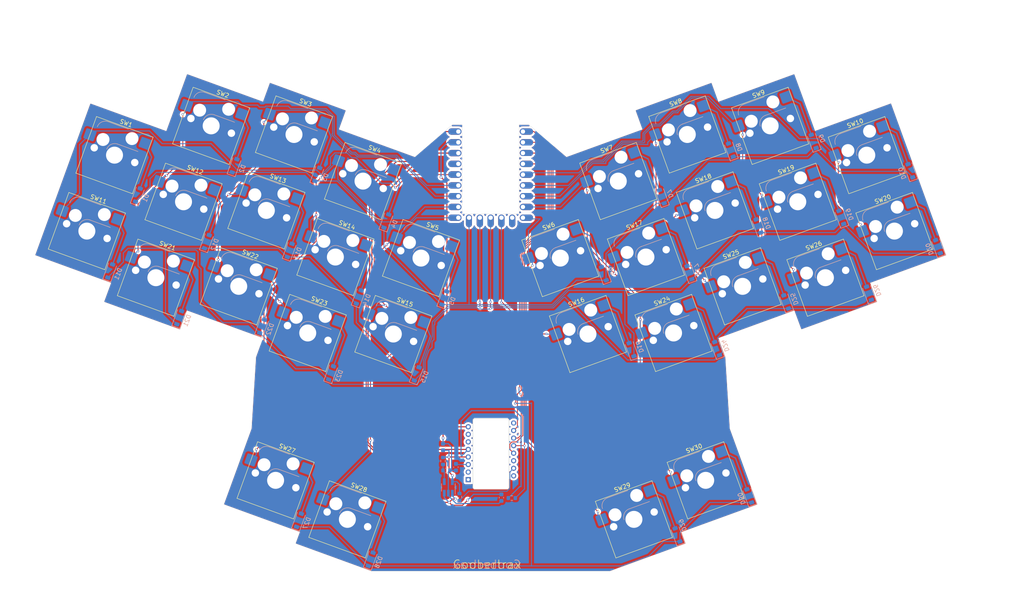
<source format=kicad_pcb>
(kicad_pcb (version 20221018) (generator pcbnew)
  (layers (0 "F.Cu" signal) (31 "B.Cu" signal) (34 "B.Paste" user) (35 "F.Paste" user) (36 "B.SilkS" user "B.Silkscreen") (37 "F.SilkS" user "F.Silkscreen") (38 "B.Mask" user) (39 "F.Mask" user) (44 "Edge.Cuts" user))
  (net 0 "")
  (net 1 "GND")
  (net 2 "VDD_5V")
  (net 3 "VDD_3.3V")
  (net 4 "VDD_2V")
  (net 5 "SCLK")
  (net 6 "MOSI")
  (net 7 "MISO")
  (net 8 "NCS")
  (net 16 "Net-(U1001-VDDPIX)")
  (net 17 "Net-(U1001-LED_P)")
  (net 18 "Net-(D1-A)")
  (net 19 "Net-(D2-A)")
  (net 20 "Net-(D3-A)")
  (net 21 "Net-(D4-A)")
  (net 22 "Net-(D5-A)")
  (net 23 "Net-(IC1001-ADJ)")
  (net 24 "Net-(D6-A)")
  (net 25 "Net-(D7-A)")
  (net 26 "Net-(D8-A)")
  (net 27 "Net-(D9-A)")
  (net 28 "Net-(D10-A)")
  (net 29 "Net-(D11-A)")
  (net 30 "Net-(D12-A)")
  (net 31 "Net-(D13-A)")
  (net 32 "Net-(D14-A)")
  (net 33 "Net-(D15-A)")
  (net 34 "Net-(D16-A)")
  (net 35 "Net-(D17-A)")
  (net 36 "Net-(D18-A)")
  (net 37 "Net-(D19-A)")
  (net 38 "Net-(D20-A)")
  (net 39 "Net-(D21-A)")
  (net 40 "Net-(D22-A)")
  (net 41 "Net-(D23-A)")
  (net 42 "Net-(D24-A)")
  (net 43 "Net-(D25-A)")
  (net 44 "Net-(D26-A)")
  (net 45 "Net-(D27-A)")
  (net 46 "Net-(D28-A)")
  (net 47 "Net-(D29-A)")
  (net 48 "Net-(D30-A)")
  (net 51 "/COL0")
  (net 52 "/COL1")
  (net 53 "/COL2")
  (net 54 "/COL3")
  (net 55 "/COL4")
  (net 56 "/ROW3")
  (net 57 "/ROW2")
  (net 58 "/ROW1")
  (net 59 "/ROW0")
  (net 60 "/COL5")
  (net 61 "/COL6")
  (net 62 "/COL7")
  (net 63 "/COL8")
  (net 64 "/COL9")
  (footprint "PCM_Switch_Keyboard_Hotswap_Kailh:SW_Hotswap_Kailh_MX_1.00u" (layer "F.Cu") (at 115.356977 63.408716 -20)
    (fp_text reference "SW4")
    (fp_text value "SW_PUSH")
  )
  (footprint "PCM_Switch_Keyboard_Hotswap_Kailh:SW_Hotswap_Kailh_MX_1.00u" (layer "F.Cu") (at 240.648552 75.189267 20)
    (fp_text reference "SW20")
    (fp_text value "SW_PUSH")
  )
  (footprint "PCM_Switch_Keyboard_Hotswap_Kailh:SW_Hotswap_Kailh_MX_1.00u" (layer "F.Cu") (at 211.345312 50.377748 20)
    (fp_text reference "SW9")
    (fp_text value "SW_PUSH")
  )
  (footprint "PCM_Switch_Keyboard_Hotswap_Kailh:SW_Hotswap_Kailh_MX_1.00u" (layer "F.Cu") (at 73.039205 68.278893 -20)
    (fp_text reference "SW12")
    (fp_text value "SW_PUSH")
  )
  (footprint "PCM_Switch_Keyboard_Hotswap_Kailh:SW_Hotswap_Kailh_MX_1.00u" (layer "F.Cu") (at 234.133069 57.288123 20)
    (fp_text reference "SW10")
    (fp_text value "SW_PUSH")
  )
  (footprint "PCM_Switch_Keyboard_Hotswap_Kailh:SW_Hotswap_Kailh_MX_1.00u" (layer "F.Cu") (at 99.084704 52.417946 -20)
    (fp_text reference "SW3")
    (fp_text value "SW_PUSH")
  )
  (footprint "PCM_Switch_Keyboard_Hotswap_Kailh:SW_Hotswap_Kailh_MX_1.00u" (layer "F.Cu") (at 66.523721 86.180037 -20)
    (fp_text reference "SW21")
    (fp_text value "SW_PUSH")
  )
  (footprint "PCM_Switch_Keyboard_Hotswap_Kailh:SW_Hotswap_Kailh_MX_1.00u" (layer "F.Cu") (at 191.815296 52.417946 20)
    (fp_text reference "SW8")
    (fp_text value "SW_PUSH")
  )
  (footprint "PCM_Switch_Keyboard_Hotswap_Kailh:SW_Hotswap_Kailh_MX_1.00u" (layer "F.Cu") (at 94.747651 133.956993 -20)
    (fp_text reference "SW27")
    (fp_text value "SW_PUSH")
  )
  (footprint "PCM_Switch_Keyboard_Hotswap_Kailh:SW_Hotswap_Kailh_MX_1.00u" (layer "F.Cu") (at 122.507574 99.461088 -20)
    (fp_text reference "SW15")
    (fp_text value "SW_PUSH")
  )
  (footprint "PCM_Switch_Keyboard_Hotswap_Kailh:SW_Hotswap_Kailh_MX_1.00u" (layer "F.Cu") (at 92.56922 70.31909 -20)
    (fp_text reference "SW13")
    (fp_text value "SW_PUSH")
  )
  (footprint "PCM_Switch_Keyboard_Hotswap_Kailh:SW_Hotswap_Kailh_MX_1.00u" (layer "F.Cu") (at 179.228527 143.157648 20)
    (fp_text reference "SW29")
    (fp_text value "SW_PUSH")
  )
  (footprint "PCM_Switch_Keyboard_Hotswap_Kailh:SW_Hotswap_Kailh_MX_1.00u" (layer "F.Cu") (at 168.392426 99.461088 20)
    (fp_text reference "SW16")
    (fp_text value "SW_PUSH")
  )
  (footprint "PCM_Switch_Keyboard_Hotswap_Kailh:SW_Hotswap_Kailh_MX_1.00u" (layer "F.Cu") (at 182.058506 81.30986 20)
    (fp_text reference "SW17")
    (fp_text value "SW_PUSH")
  )
  (footprint "mcu:rp2040-zero-tht-nocut-largerpads" (layer "F.Cu") (at 145.444194 61.882271)
    (fp_text reference "U1" hide)
    (fp_text value "rp2040-zero" hide)
  )
  (footprint "PCM_Switch_Keyboard_Hotswap_Kailh:SW_Hotswap_Kailh_MX_1.00u" (layer "F.Cu") (at 129.023057 81.559943 -20)
    (fp_text reference "SW5")
    (fp_text value "SW_PUSH")
  )
  (footprint "PCM_Switch_Keyboard_Hotswap_Kailh:SW_Hotswap_Kailh_MX_1.00u" (layer "F.Cu") (at 175.543023 63.408716 20)
    (fp_text reference "SW7")
    (fp_text value "SW_PUSH")
  )
  (footprint "PCM_Switch_Keyboard_Hotswap_Kailh:SW_Hotswap_Kailh_MX_1.00u" (layer "F.Cu") (at 102.32601 99.211005 -20)
    (fp_text reference "SW23")
    (fp_text value "SW_PUSH")
  )
  (footprint "PCM_Switch_Keyboard_Hotswap_Kailh:SW_Hotswap_Kailh_MX_1.00u" (layer "F.Cu") (at 108.841494 81.30986 -20)
    (fp_text reference "SW14")
    (fp_text value "SW_PUSH")
  )
  (footprint "PCM_Switch_Keyboard_Hotswap_Kailh:SW_Hotswap_Kailh_MX_1.00u" (layer "F.Cu") (at 86.053736 88.220235 -20)
    (fp_text reference "SW22")
    (fp_text value "SW_PUSH")
  )
  (footprint "PCM_Switch_Keyboard_Hotswap_Kailh:SW_Hotswap_Kailh_MX_1.00u" (layer "F.Cu") (at 50.251448 75.189267 -20)
    (fp_text reference "SW11")
    (fp_text value "SW_PUSH")
  )
  (footprint "PCM_Switch_Keyboard_Hotswap_Kailh:SW_Hotswap_Kailh_MX_1.00u" (layer "F.Cu") (at 196.152349 133.956993 20)
    (fp_text reference "SW30")
    (fp_text value "SW_PUSH")
  )
  (footprint "PCM_Switch_Keyboard_Hotswap_Kailh:SW_Hotswap_Kailh_MX_1.00u" (layer "F.Cu") (at 188.57399 99.211005 20)
    (fp_text reference "SW24")
    (fp_text value "SW_PUSH")
  )
  (footprint "PCM_Switch_Keyboard_Hotswap_Kailh:SW_Hotswap_Kailh_MX_1.00u" (layer "F.Cu") (at 224.376279 86.180037 20)
    (fp_text reference "SW26")
    (fp_text value "SW_PUSH")
  )
  (footprint "PCM_Switch_Keyboard_Hotswap_Kailh:SW_Hotswap_Kailh_MX_1.00u" (layer "F.Cu") (at 79.554688 50.377748 -20)
    (fp_text reference "SW2")
    (fp_text value "SW_PUSH")
  )
  (footprint "PCM_Switch_Keyboard_Hotswap_Kailh:SW_Hotswap_Kailh_MX_1.00u" (layer "F.Cu") (at 111.671473 143.157648 -20)
    (fp_text reference "SW28")
    (fp_text value "SW_PUSH")
  )
  (footprint "PCM_Switch_Keyboard_Hotswap_Kailh:SW_Hotswap_Kailh_MX_1.00u" (layer "F.Cu") (at 161.876943 81.559943 20)
    (fp_text reference "SW6")
    (fp_text value "SW_PUSH")
  )
  (footprint "PCM_Switch_Keyboard_Hotswap_Kailh:SW_Hotswap_Kailh_MX_1.00u" (layer "F.Cu") (at 217.860795 68.278893 20)
    (fp_text reference "SW19")
    (fp_text value "SW_PUSH")
  )
  (footprint "PCM_Switch_Keyboard_Hotswap_Kailh:SW_Hotswap_Kailh_MX_1.00u" (layer "F.Cu") (at 204.846264 88.220235 20)
    (fp_text reference "SW25")
    (fp_text value "SW_PUSH")
  )
  (footprint "PCM_Switch_Keyboard_Hotswap_Kailh:SW_Hotswap_Kailh_MX_1.00u" (layer "F.Cu") (at 198.33078 70.31909 20)
    (fp_text reference "SW18")
    (fp_text value "SW_PUSH")
  )
  (footprint "PCM_Switch_Keyboard_Hotswap_Kailh:SW_Hotswap_Kailh_MX_1.00u" (layer "F.Cu") (at 56.766931 57.288123 -20)
    (fp_text reference "SW1")
    (fp_text value "SW_PUSH")
  )
  (footprint "local:DIP-16_W10.16mm" (layer "B.Cu") (at 141.269194 135.307271)
    (fp_text reference "U1001" hide)
    (fp_text value "PMW3360DM-T2QU")
  )
  (footprint "local:R_0603_1608Metric" (layer "B.Cu") (at 150.439194 138.131542)
    (fp_text reference "R1004" hide)
    (fp_text value "10k")
  )
  (footprint "local:C_0603_1608Metric" (layer "B.Cu") (at 137.259194 130.851542 -90)
    (fp_text reference "C1002" hide)
    (fp_text value "4.7uF")
  )
  (footprint "Diode_SMD:D_SOD-123" (layer "B.Cu") (at 72.025984 95.599185 70)
    (fp_text reference "D21")
    (fp_text value "1N4148W")
  )
  (footprint "Diode_SMD:D_SOD-123" (layer "B.Cu") (at 244.402559 60.966822 110)
    (fp_text reference "D10")
    (fp_text value "1N4148W")
  )
  (footprint "Diode_SMD:D_SOD-123" (layer "B.Cu") (at 128.009837 108.880236 70)
    (fp_text reference "D15")
    (fp_text value "1N4148W")
  )
  (footprint "Diode_SMD:D_SOD-123" (layer "B.Cu") (at 178.661916 103.139787 110)
    (fp_text reference "D16")
    (fp_text value "1N4148W")
  )
  (footprint "Diode_SMD:D_SOD-123" (layer "B.Cu") (at 228.130285 71.957592 110)
    (fp_text reference "D19")
    (fp_text value "1N4148W")
  )
  (footprint "Diode_SMD:D_SOD-123" (layer "B.Cu") (at 78.541468 77.698041 70)
    (fp_text reference "D12")
    (fp_text value "1N4148W")
  )
  (footprint "Diode_SMD:D_SOD-123" (layer "B.Cu") (at 172.146433 85.238642 110)
    (fp_text reference "D6")
    (fp_text value "1N4148W")
  )
  (footprint "Diode_SMD:D_SOD-123" (layer "B.Cu") (at 117.173736 152.576796 70)
    (fp_text reference "D28")
    (fp_text value "1N4148W")
  )
  (footprint "Diode_SMD:D_SOD-123" (layer "B.Cu") (at 91.555999 97.639383 70)
    (fp_text reference "D22")
    (fp_text value "1N4148W")
  )
  (footprint "Diode_SMD:D_SOD-123" (layer "B.Cu") (at 104.586967 61.837094 70)
    (fp_text reference "D3")
    (fp_text value "1N4148W")
  )
  (footprint "Diode_SMD:D_SOD-123" (layer "B.Cu") (at 206.421839 137.635692 110)
    (fp_text reference "D30")
    (fp_text value "1N4148W")
  )
  (footprint "Diode_SMD:D_SOD-123" (layer "B.Cu") (at 250.918042 78.867966 110)
    (fp_text reference "D20")
    (fp_text value "1N4148W")
  )
  (footprint "Diode_SMD:D_SOD-123" (layer "B.Cu") (at 192.327996 84.988559 110)
    (fp_text reference "D17")
    (fp_text value "1N4148W")
  )
  (footprint "Diode_SMD:D_SOD-123" (layer "B.Cu") (at 100.249914 143.376141 70)
    (fp_text reference "D27")
    (fp_text value "1N4148W")
  )
  (footprint "Diode_SMD:D_SOD-123" (layer "B.Cu") (at 189.498017 146.836347 110)
    (fp_text reference "D29")
    (fp_text value "1N4148W")
  )
  (footprint "Diode_SMD:D_SOD-123" (layer "B.Cu") (at 55.753711 84.608415 70)
    (fp_text reference "D11")
    (fp_text value "1N4148W")
  )
  (footprint "Diode_SMD:D_SOD-123" (layer "B.Cu") (at 185.812513 67.087415 110)
    (fp_text reference "D7")
    (fp_text value "1N4148W")
  )
  (footprint "Diode_SMD:D_SOD-123" (layer "B.Cu") (at 134.52532 90.979091 70)
    (fp_text reference "D5")
    (fp_text value "1N4148W")
  )
  (footprint "Diode_SMD:D_SOD-123" (layer "B.Cu") (at 85.056951 59.796896 70)
    (fp_text reference "D2")
    (fp_text value "1N4148W")
  )
  (footprint "Diode_SMD:D_SOD-123" (layer "B.Cu") (at 98.071483 79.738238 70)
    (fp_text reference "D13")
    (fp_text value "1N4148W")
  )
  (footprint "local:C_0603_1608Metric" (layer "B.Cu") (at 147.979194 138.031542 -90)
    (fp_text reference "C1003" hide)
    (fp_text value "1uF")
  )
  (footprint "Package_TO_SOT_SMD:SOT-23-5_HandSoldering" (layer "B.Cu") (at 135.469194 135.631542 90)
    (fp_text reference "IC1001" hide)
    (fp_text value "AP7335-WG-7")
  )
  (footprint "Diode_SMD:D_SOD-123" (layer "B.Cu") (at 120.85924 72.827864 70)
    (fp_text reference "D4")
    (fp_text value "1N4148W")
  )
  (footprint "Diode_SMD:D_SOD-123" (layer "B.Cu") (at 114.343757 90.729008 70)
    (fp_text reference "D14")
    (fp_text value "1N4148W")
  )
  (footprint "local:R_0603_1608Metric" (layer "B.Cu") (at 134.219194 129.391542 90)
    (fp_text reference "R1003" hide)
    (fp_text value "15k")
  )
  (footprint "local:C_0603_1608Metric" (layer "B.Cu") (at 134.229194 126.096542 90)
    (fp_text reference "C1001" hide)
    (fp_text value "1uF")
  )
  (footprint "local:R_0603_1608Metric" (layer "B.Cu") (at 135.019194 131.611542)
    (fp_text reference "R1002" hide)
    (fp_text value "10k")
  )
  (footprint "Diode_SMD:D_SOD-123" (layer "B.Cu") (at 215.115754 91.898934 110)
    (fp_text reference "D25")
    (fp_text value "1N4148W")
  )
  (footprint "Diode_SMD:D_SOD-123" (layer "B.Cu") (at 221.614802 54.056447 110)
    (fp_text reference "D9")
    (fp_text value "1N4148W")
  )
  (footprint "Diode_SMD:D_SOD-123" (layer "B.Cu") (at 234.645769 89.858736 110)
    (fp_text reference "D26")
    (fp_text value "1N4148W")
  )
  (footprint "Diode_SMD:D_SOD-123" (layer "B.Cu") (at 202.084786 56.096645 110)
    (fp_text reference "D8")
    (fp_text value "1N4148W")
  )
  (footprint "Diode_SMD:D_SOD-123" (layer "B.Cu") (at 198.84348 102.889704 110)
    (fp_text reference "D24")
    (fp_text value "1N4148W")
  )
  (footprint "Diode_SMD:D_SOD-123" (layer "B.Cu") (at 107.828273 108.630153 70)
    (fp_text reference "D23")
    (fp_text value "1N4148W")
  )
  (footprint "Diode_SMD:D_SOD-123" (layer "B.Cu") (at 62.269194 66.707271 70)
    (fp_text reference "D1")
    (fp_text value "1N4148W")
  )
  (footprint "Diode_SMD:D_SOD-123" (layer "B.Cu") (at 208.60027 73.997789 110)
    (fp_text reference "D18")
    (fp_text value "1N4148W")
  )
  (footprint "local:R_0603_1608Metric" (layer "B.Cu") (at 138.099194 137.891542 -90)
    (fp_text reference "R1001" hide)
    (fp_text value "39")
  )
  (gr_line (start 141.772 136.057272) (end 149.272 136.057272) (stroke (width 0.1)) (layer "Edge.Cuts"))
  (gr_line (start 90.119194 104.907271) (end 91.744194 100.432271) (stroke (width 0.05)) (layer "Edge.Cuts"))
  (gr_line (start 197.519194 40.207271) (end 179.594194 46.707271) (stroke (width 0.05)) (layer "Edge.Cuts"))
  (gr_line (start 89.069194 121.757271) (end 82.544194 139.632271) (stroke (width 0.05)) (layer "Edge.Cuts"))
  (gr_line (start 173.544194 155.382271) (end 191.444194 148.857271) (stroke (width 0.05)) (layer "Edge.Cuts"))
  (gr_line (start 100.444194 146.157271) (end 99.444194 148.857271) (stroke (width 0.05)) (layer "Edge.Cuts"))
  (gr_line (start 181.219194 51.207271) (end 163.319194 57.707271) (stroke (width 0.05)) (layer "Edge.Cuts"))
  (gr_line (start 82.544194 139.632271) (end 100.444194 146.157271) (stroke (width 0.05)) (layer "Edge.Cuts"))
  (gr_line (start 55.944194 87.407271) (end 54.294194 91.882271) (stroke (width 0.05)) (layer "Edge.Cuts"))
  (gr_line (start 91.769194 44.657271) (end 73.869194 38.157271) (stroke (width 0.05)) (layer "Edge.Cuts"))
  (gr_line (start 89.069194 121.757271) (end 90.119194 104.907271) (stroke (width 0.05)) (layer "Edge.Cuts"))
  (gr_line (start 141.772 119.307272) (end 149.272 119.307272) (stroke (width 0.1)) (layer "Edge.Cuts"))
  (gr_line (start 138.769194 50.107271) (end 136.419194 50.107271) (stroke (width 0.05)) (layer "Edge.Cuts"))
  (gr_line (start 239.844194 45.057271) (end 221.944194 51.557271) (stroke (width 0.05)) (layer "Edge.Cuts"))
  (gr_line (start 208.369194 139.657271) (end 201.844194 121.757271) (stroke (width 0.05)) (layer "Edge.Cuts"))
  (gr_line (start 109.694194 51.207271) (end 111.319194 46.732271) (stroke (width 0.05)) (layer "Edge.Cuts"))
  (gr_line (start 138.769194 71.107271) (end 138.769194 50.107271) (stroke (width 0.05)) (layer "Edge.Cuts"))
  (gr_line (start 51.069194 45.082271) (end 38.044194 80.882271) (stroke (width 0.05)) (layer "Edge.Cuts"))
  (gr_line (start 91.744194 100.432271) (end 73.844194 93.932271) (stroke (width 0.05)) (layer "Edge.Cuts"))
  (gr_line (start 149.772 119.807272) (end 149.772 135.557272) (stroke (width 0.1)) (layer "Edge.Cuts"))
  (gr_line (start 68.969194 51.582271) (end 51.069194 45.082271) (stroke (width 0.05)) (layer "Edge.Cuts"))
  (gr_line (start 111.319194 46.732271) (end 93.394194 40.207271) (stroke (width 0.05)) (layer "Edge.Cuts"))
  (gr_line (start 191.444194 148.857271) (end 190.469194 146.157271) (stroke (width 0.05)) (layer "Edge.Cuts"))
  (gr_arc (start 141.272 119.807272) (mid 141.418446 119.453718) (end 141.772 119.307272) (stroke (width 0.1)) (layer "Edge.Cuts"))
  (gr_line (start 236.594194 91.882271) (end 234.969194 87.407271) (stroke (width 0.05)) (layer "Edge.Cuts"))
  (gr_line (start 199.144194 44.682271) (end 197.519194 40.207271) (stroke (width 0.05)) (layer "Edge.Cuts"))
  (gr_line (start 200.794194 104.882271) (end 199.194194 100.432271) (stroke (width 0.05)) (layer "Edge.Cuts"))
  (gr_line (start 38.044194 80.882271) (end 55.944194 87.407271) (stroke (width 0.05)) (layer "Edge.Cuts"))
  (gr_line (start 73.869194 38.157271) (end 68.969194 51.582271) (stroke (width 0.05)) (layer "Edge.Cuts"))
  (gr_line (start 154.469194 50.107271) (end 152.144194 50.107271) (stroke (width 0.05)) (layer "Edge.Cuts"))
  (gr_line (start 218.694194 98.382271) (end 236.594194 91.882271) (stroke (width 0.05)) (layer "Edge.Cuts"))
  (gr_line (start 190.469194 146.157271) (end 208.369194 139.657271) (stroke (width 0.05)) (layer "Edge.Cuts"))
  (gr_line (start 217.044194 93.932271) (end 218.694194 98.382271) (stroke (width 0.05)) (layer "Edge.Cuts"))
  (gr_line (start 99.444194 148.857271) (end 117.369194 155.382271) (stroke (width 0.05)) (layer "Edge.Cuts"))
  (gr_line (start 152.144194 50.107271) (end 152.144194 71.107271) (stroke (width 0.05)) (layer "Edge.Cuts"))
  (gr_line (start 117.369194 155.382271) (end 173.544194 155.382271) (stroke (width 0.05)) (layer "Edge.Cuts"))
  (gr_line (start 72.219194 98.407271) (end 54.294194 91.882271) (stroke (width 0.05)) (layer "Edge.Cuts"))
  (gr_line (start 127.569194 57.707271) (end 109.694194 51.207271) (stroke (width 0.05)) (layer "Edge.Cuts"))
  (gr_line (start 141.272 135.557272) (end 141.272 119.807272) (stroke (width 0.1)) (layer "Edge.Cuts"))
  (gr_line (start 179.594194 46.707271) (end 181.219194 51.207271) (stroke (width 0.05)) (layer "Edge.Cuts"))
  (gr_line (start 163.319194 57.707271) (end 154.469194 50.107271) (stroke (width 0.05)) (layer "Edge.Cuts"))
  (gr_line (start 136.419194 50.107271) (end 127.569194 57.707271) (stroke (width 0.05)) (layer "Edge.Cuts"))
  (gr_line (start 73.844194 93.932271) (end 72.219194 98.407271) (stroke (width 0.05)) (layer "Edge.Cuts"))
  (gr_arc (start 149.272 119.307272) (mid 149.625553 119.453719) (end 149.772 119.807272) (stroke (width 0.1)) (layer "Edge.Cuts"))
  (gr_arc (start 149.772 135.557272) (mid 149.625553 135.910825) (end 149.272 136.057272) (stroke (width 0.1)) (layer "Edge.Cuts"))
  (gr_line (start 252.869194 80.882271) (end 239.844194 45.057271) (stroke (width 0.05)) (layer "Edge.Cuts"))
  (gr_line (start 152.144194 71.107271) (end 138.769194 71.107271) (stroke (width 0.05)) (layer "Edge.Cuts"))
  (gr_arc (start 141.772 136.057272) (mid 141.418446 135.910825) (end 141.272 135.557272) (stroke (width 0.1)) (layer "Edge.Cuts"))
  (gr_line (start 217.044194 38.157271) (end 199.144194 44.682271) (stroke (width 0.05)) (layer "Edge.Cuts"))
  (gr_line (start 221.944194 51.557271) (end 217.044194 38.157271) (stroke (width 0.05)) (layer "Edge.Cuts"))
  (gr_line (start 199.194194 100.432271) (end 217.044194 93.932271) (stroke (width 0.05)) (layer "Edge.Cuts"))
  (gr_line (start 201.844194 121.757271) (end 200.794194 104.882271) (stroke (width 0.05)) (layer "Edge.Cuts"))
  (gr_line (start 93.394194 40.207271) (end 91.769194 44.657271) (stroke (width 0.05)) (layer "Edge.Cuts"))
  (gr_line (start 234.969194 87.407271) (end 252.869194 80.882271) (stroke (width 0.05)) (layer "Edge.Cuts"))
  (gr_text "Goobertrax" (at 152.759194 154.972271) (layer "B.SilkS") (effects (font (size 2 2)) (justify left bottom mirror)))
  (gr_text "Goobertrax" (at 136.409194 154.962271) (layer "F.SilkS") (effects (font (size 2 2)) (justify left bottom)))
  (segment (start 135.228465 121.327271) (end 135.139194 121.238) (width 0.25) (layer "F.Cu") (net 1))
  (segment (start 134.229194 122.326542) (end 134.229194 123.976542) (width 0.25) (layer "F.Cu") (net 1))
  (segment (start 134.329194 122.226542) (end 134.229194 122.326542) (width 0.25) (layer "F.Cu") (net 1))
  (segment (start 140.169194 121.327271) (end 135.228465 121.327271) (width 0.25) (layer "F.Cu") (net 1))
  (segment (start 135.228465 121.327271) (end 134.329194 122.226542) (width 0.25) (layer "F.Cu") (net 1))
  (segment (start 135.139194 121.238) (end 135.139194 63.856771) (width 0.25) (layer "F.Cu") (net 1))
  (segment (start 135.139194 63.856771) (end 133.744194 62.461771) (width 0.25) (layer "F.Cu") (net 1))
  (via (at 133.744194 62.461771) (size 0.6) (drill 0.4) (layers "F.Cu" "B.Cu") (net 1))
  (via (at 134.229194 123.976542) (size 0.6) (drill 0.4) (layers "F.Cu" "B.Cu") (net 1))
  (segment (start 133.744194 62.461771) (end 133.744194 55.832271) (width 0.25) (layer "B.Cu") (net 1))
  (segment (start 136.234194 126.081542) (end 135.474194 125.321542) (width 0.25) (layer "B.Cu") (net 1))
  (segment (start 133.744194 55.832271) (end 135.314194 54.262271) (width 0.25) (layer "B.Cu") (net 1))
  (segment (start 135.469194 137.571542) (end 135.469194 136.981542) (width 0.25) (layer "B.Cu") (net 1))
  (segment (start 137.319194 139.421542) (end 135.469194 137.571542) (width 0.25) (layer "B.Cu") (net 1))
  (segment (start 137.259194 131.626542) (end 135.859194 131.626542) (width 0.25) (layer "B.Cu") (net 1))
  (segment (start 134.229194 123.976542) (end 134.229194 125.321542) (width 0.25) (layer "B.Cu") (net 1))
  (segment (start 135.859194 131.626542) (end 135.844194 131.611542) (width 0.25) (layer "B.Cu") (net 1))
  (segment (start 135.314194 54.262271) (end 137.824194 54.262271) (width 0.25) (layer "B.Cu") (net 1))
  (segment (start 147.979194 138.806542) (end 147.364194 139.421542) (width 0.25) (layer "B.Cu") (net 1))
  (segment (start 135.469194 131.986542) (end 135.469194 136.981542) (width 0.25) (layer "B.Cu") (net 1))
  (segment (start 136.234194 131.221542) (end 136.234194 126.081542) (width 0.25) (layer "B.Cu") (net 1))
  (segment (start 135.844194 131.611542) (end 135.469194 131.986542) (width 0.25) (layer "B.Cu") (net 1))
  (segment (start 135.474194 125.321542) (end 134.229194 125.321542) (width 0.25) (layer "B.Cu") (net 1))
  (segment (start 135.844194 131.611542) (end 136.234194 131.221542) (width 0.25) (layer "B.Cu") (net 1))
  (segment (start 147.364194 139.421542) (end 137.319194 139.421542) (width 0.25) (layer "B.Cu") (net 1))
  (segment (start 116.119194 89.274159) (end 116.915138 88.478215) (width 0.25) (layer "F.Cu") (net 2))
  (segment (start 134.883928 51.722271) (end 137.824194 51.722271) (width 0.25) (layer "F.Cu") (net 2))
  (segment (start 130.369194 138.057271) (end 130.369194 127.257271) (width 0.25) (layer "F.Cu") (net 2))
  (segment (start 137.154194 138.376542) (end 136.429194 138.376542) (width 0.25) (layer "F.Cu") (net 2))
  (segment (start 117.969194 68.36826) (end 117.969194 64.057271) (width 0.25) (layer "F.Cu") (net 2))
  (segment (start 118.001082 127.097271) (end 116.119194 125.215383) (width 0.25) (layer "F.Cu") (net 2))
  (segment (start 116.915138 69.422316) (end 117.969194 68.36826) (width 0.25) (layer "F.Cu") (net 2))
  (segment (start 128.951979 56.816374) (end 134.883928 51.722271) (width 0.25) (layer "F.Cu") (net 2))
  (segment (start 127.562189 58.775265) (end 128.174689 58.162765) (width 0.25) (layer "F.Cu") (net 2))
  (segment (start 123.2512 58.775265) (end 127.562189 58.775265) (width 0.25) (layer "F.Cu") (net 2))
  (segment (start 128.174689 58.162765) (end 128.174689 57.593664) (width 0.25) (layer "F.Cu") (net 2))
  (segment (start 116.915138 88.478215) (end 116.915138 69.422316) (width 0.25) (layer "F.Cu") (net 2))
  (segment (start 135.656694 139.149042) (end 131.460965 139.149042) (width 0.25) (layer "F.Cu") (net 2))
  (segment (start 117.969194 64.057271) (end 123.2512 58.775265) (width 0.25) (layer "F.Cu") (net 2))
  (segment (start 130.209194 127.097271) (end 118.001082 127.097271) (width 0.25) (layer "F.Cu") (net 2))
  (segment (start 130.369194 127.257271) (end 130.209194 127.097271) (width 0.25) (layer "F.Cu") (net 2))
  (segment (start 131.460965 139.149042) (end 130.369194 138.057271) (width 0.25) (layer "F.Cu") (net 2))
  (segment (start 136.339923 139.832271) (end 135.656694 139.149042) (width 0.25) (layer "F.Cu") (net 2))
  (segment (start 128.174689 57.593664) (end 128.951979 56.816374) (width 0.25) (layer "F.Cu") (net 2))
  (segment (start 140.044194 138.607271) (end 138.819194 139.832271) (width 0.25) (layer "F.Cu") (net 2))
  (segment (start 136.429194 138.376542) (end 135.656694 139.149042) (width 0.25) (layer "F.Cu") (net 2))
  (segment (start 138.819194 139.832271) (end 136.339923 139.832271) (width 0.25) (layer "F.Cu") (net 2))
  (segment (start 116.119194 125.215383) (end 116.119194 89.274159) (width 0.25) (layer "F.Cu") (net 2))
  (via (at 137.154194 138.376542) (size 0.6) (drill 0.4) (layers "F.Cu" "B.Cu") (net 2))
  (via (at 140.044194 138.607271) (size 0.6) (drill 0.4) (layers "F.Cu" "B.Cu") (net 2))
  (via (at 135.656694 139.149042) (size 0.6) (drill 0.4) (layers "F.Cu" "B.Cu") (net 2))
  (segment (start 136.419194 136.981542) (end 136.419194 137.641542) (width 0.25) (layer "B.Cu") (net 2))
  (segment (start 136.419194 137.641542) (end 137.154194 138.376542) (width 0.25) (layer "B.Cu") (net 2))
  (segment (start 134.519194 136.981542) (end 134.519194 138.011542) (width 0.25) (layer "B.Cu") (net 2))
  (segment (start 141.394923 137.256542) (end 140.044194 138.607271) (width 0.25) (layer "B.Cu") (net 2))
  (segment (start 134.519194 138.011542) (end 135.656694 139.149042) (width 0.25) (layer "B.Cu") (net 2))
  (segment (start 147.979194 137.256542) (end 141.394923 137.256542) (width 0.25) (layer "B.Cu") (net 2))
  (segment (start 118.179194 126.667271) (end 116.553935 125.042012) (width 0.25) (layer "F.Cu") (net 3))
  (segment (start 131.019194 56.882271) (end 131.019194 56.802271) (width 0.25) (layer "F.Cu") (net 3))
  (segment (start 129.925093 57.976372) (end 131.019194 56.882271) (width 0.25) (layer "F.Cu") (net 3))
  (segment (start 116.553935 89.44753) (end 117.444194 88.557271) (width 0.25) (layer "F.Cu") (net 3))
  (segment (start 116.553935 125.042012) (end 116.553935 89.44753) (width 0.25) (layer "F.Cu") (net 3))
  (segment (start 137.824194 56.802271) (end 131.019194 56.802271) (width 0.25) (layer "F.Cu") (net 3))
  (segment (start 117.444194 69.501372) (end 128.969194 57.976372) (width 0.25) (layer "F.Cu") (net 3))
  (segment (start 117.444194 88.557271) (end 117.444194 69.501372) (width 0.25) (layer "F.Cu") (net 3))
  (segment (start 128.969194 57.976372) (end 129.925093 57.976372) (width 0.25) (layer "F.Cu") (net 3))
  (segment (start 140.169194 126.667271) (end 118.179194 126.667271) (width 0.25) (layer "F.Cu") (net 3))
  (segment (start 152.313465 135.432271) (end 152.619194 135.432271) (width 0.25) (layer "B.Cu") (net 3))
  (segment (start 149.614194 138.131542) (end 152.313465 135.432271) (width 0.25) (layer "B.Cu") (net 3))
  (segment (start 152.619194 135.432271) (end 152.619194 118.957271) (width 0.25) (layer "B.Cu") (net 3))
  (segment (start 138.469194 128.047271) (end 138.629194 128.207271) (width 0.25) (layer "B.Cu") (net 3))
  (segment (start 140.169194 126.667271) (end 138.629194 128.207271) (width 0.25) (layer "B.Cu") (net 3))
  (segment (start 151.194194 117.532271) (end 140.919194 117.532271) (width 0.25) (layer "B.Cu") (net 3))
  (segment (start 152.619194 118.957271) (end 151.194194 117.532271) (width 0.25) (layer "B.Cu") (net 3))
  (segment (start 140.919194 117.532271) (end 138.469194 119.982271) (width 0.25) (layer "B.Cu") (net 3))
  (segment (start 138.469194 119.982271) (end 138.469194 128.047271) (width 0.25) (layer "B.Cu") (net 3))
  (segment (start 135.658465 128.447271) (end 135.629194 128.476542) (width 0.25) (layer "F.Cu") (net 4))
  (segment (start 140.169194 128.447271) (end 135.658465 128.447271) (width 0.25) (layer "F.Cu") (net 4))
  (segment (start 135.629194 132.001542) (end 136.429194 132.801542) (width 0.25) (layer "F.Cu") (net 4))
  (segment (start 135.629194 128.476542) (end 135.629194 132.001542) (width 0.25) (layer "F.Cu") (net 4))
  (via (at 135.629194 128.476542) (size 0.6) (drill 0.4) (layers "F.Cu" "B.Cu") (net 4))
  (via (at 136.429194 132.801542) (size 0.6) (drill 0.4) (layers "F.Cu" "B.Cu") (net 4))
  (segment (start 135.629194 128.476542) (end 135.629194 126.901542) (width 0.25) (layer "B.Cu") (net 4))
  (segment (start 135.599194 126.871542) (end 134.229194 126.871542) (width 0.25) (layer "B.Cu") (net 4))
  (segment (start 136.429194 134.271542) (end 136.419194 134.281542) (width 0.25) (layer "B.Cu") (net 4))
  (segment (start 134.309194 128.476542) (end 134.219194 128.566542) (width 0.25) (layer "B.Cu") (net 4))
  (segment (start 136.429194 132.801542) (end 136.429194 134.271542) (width 0.25) (layer "B.Cu") (net 4))
  (segment (start 138.099194 134.896542) (end 138.099194 137.066542) (width 0.25) (layer "B.Cu") (net 4))
  (segment (start 135.629194 126.901542) (end 135.599194 126.871542) (width 0.25) (layer "B.Cu") (net 4))
  (segment (start 135.629194 128.476542) (end 134.309194 128.476542) (width 0.25) (layer "B.Cu") (net 4))
  (segment (start 136.419194 134.281542) (end 137.484194 134.281542) (width 0.25) (layer "B.Cu") (net 4))
  (segment (start 137.484194 134.281542) (end 138.099194 134.896542) (width 0.25) (layer "B.Cu") (net 4))
  (segment (start 159.384194 57.007271) (end 159.179194 56.802271) (width 0.2) (layer "F.Cu") (net 5))
  (segment (start 159.294194 72.532271) (end 159.369194 72.532271) (width 0.2) (layer "F.Cu") (net 5))
  (segment (start 152.659194 79.317467) (end 159.294194 72.682467) (width 0.2) (layer "F.Cu") (net 5))
  (segment (start 150.869194 122.217271) (end 151.749194 121.337271) (width 0.2) (layer "F.Cu") (net 5))
  (segment (start 151.744194 113.607271) (end 152.659194 112.692271) (width 0.2) (layer "F.Cu") (net 5))
  (segment (start 151.749194 121.337271) (end 151.749194 113.612271) (width 0.2) (layer "F.Cu") (net 5))
  (segment (start 151.749194 113.612271) (end 151.744194 113.607271) (width 0.2) (layer "F.Cu") (net 5))
  (segment (start 159.294194 72.682467) (end 159.294194 72.532271) (width 0.2) (layer "F.Cu") (net 5))
  (segment (start 159.179194 56.802271) (end 153.064194 56.802271) (width 0.2) (layer "F.Cu") (net 5))
  (segment (start 159.384194 72.517271) (end 159.384194 57.007271) (width 0.2) (layer "F.Cu") (net 5))
  (segment (start 159.369194 72.532271) (end 159.384194 72.517271) (width 0.2) (layer "F.Cu") (net 5))
  (segment (start 152.659194 112.692271) (end 152.659194 79.317467) (width 0.2) (layer "F.Cu") (net 5))
  (segment (start 154.250591 77.188668) (end 152.279194 79.160065) (width 0.2) (layer "F.Cu") (net 6))
  (segment (start 154.250591 77.038473) (end 154.250591 77.188668) (width 0.2) (layer "F.Cu") (net 6))
  (segment (start 159.004194 63.607271) (end 159.004194 72.28487) (width 0.2) (layer "F.Cu") (net 6))
  (segment (start 159.004194 60.342271) (end 159.004194 63.607271) (width 0.2) (layer "F.Cu") (net 6))
  (segment (start 151.891792 123.997271) (end 150.869194 123.997271) (width 0.2) (layer "F.Cu") (net 6))
  (segment (start 152.481108 113.619185) (end 152.659194 113.797271) (width 0.2) (layer "F.Cu") (net 6))
  (segment (start 152.659194 123.229869) (end 151.891792 123.997271) (width 0.2) (layer "F.Cu") (net 6))
  (segment (start 158.769194 60.107271) (end 159.004194 60.342271) (width 0.2) (layer "F.Cu") (net 6))
  (segment (start 158.004194 59.342271) (end 158.769194 60.107271) (width 0.2) (layer "F.Cu") (net 6))
  (segment (start 159.004194 72.28487) (end 154.250591 77.038473) (width 0.2) (layer "F.Cu") (net 6))
  (segment (start 152.279194 79.160065) (end 152.279194 84.432271) (width 0.2) (layer "F.Cu") (net 6))
  (segment (start 152.279194 112.057771) (end 152.129694 112.207271) (width 0.2) (layer "F.Cu") (net 6))
  (segment (start 152.659194 113.797271) (end 152.659194 123.229869) (width 0.2) (layer "F.Cu") (net 6))
  (segment (start 152.279194 84.432271) (end 152.279194 112.057771) (width 0.2) (layer "F.Cu") (net 6))
  (segment (start 153.064194 59.342271) (end 158.004194 59.342271) (width 0.2) (layer "F.Cu") (net 6))
  (via (at 152.481108 113.619185) (size 0.5) (drill 0.3) (layers "F.Cu" "B.Cu") (net 6))
  (via (at 152.129694 112.207271) (size 0.5) (drill 0.3) (layers "F.Cu" "B.Cu") (net 6))
  (segment (start 152.129694 113.267771) (end 152.481108 113.619185) (width 0.2) (layer "B.Cu") (net 6))
  (segment (start 152.129694 112.207271) (end 152.129694 113.267771) (width 0.2) (layer "B.Cu") (net 6))
  (segment (start 160.144194 72.907271) (end 160.144194 56.232271) (width 0.2) (layer "F.Cu") (net 7))
  (segment (start 160.144194 56.232271) (end 155.634194 51.722271) (width 0.2) (layer "F.Cu") (net 7))
  (segment (start 153.414194 125.777271) (end 153.419194 125.782271) (width 0.2) (layer "F.Cu") (net 7))
  (segment (start 153.419194 125.782271) (end 153.419194 79.632271) (width 0.2) (layer "F.Cu") (net 7))
  (segment (start 153.419194 79.632271) (end 160.144194 72.907271) (width 0.2) (layer "F.Cu") (net 7))
  (segment (start 155.634194 51.722271) (end 153.064194 51.722271) (width 0.2) (layer "F.Cu") (net 7))
  (segment (start 150.869194 125.777271) (end 153.414194 125.777271) (width 0.2) (layer "F.Cu") (net 7))
  (via (at 153.414194 125.777271) (size 0.5) (drill 0.3) (layers "F.Cu" "B.Cu") (net 7))
  (segment (start 151.264194 138.131542) (end 153.414194 135.981542) (width 0.2) (layer "B.Cu") (net 7))
  (segment (start 153.414194 135.981542) (end 153.414194 125.777271) (width 0.2) (layer "B.Cu") (net 7))
  (segment (start 153.064194 54.262271) (end 157.636792 54.262271) (width 0.2) (layer "F.Cu") (net 8))
  (segment (start 157.636792 54.262271) (end 159.764194 56.389673) (width 0.2) (layer "F.Cu") (net 8))
  (segment (start 149.972 126.660077) (end 150.869194 127.557271) (width 0.2) (layer "F.Cu") (net 8))
  (segment (start 153.039194 79.474869) (end 153.039194 123.387271) (width 0.2) (layer "F.Cu") (net 8))
  (segment (start 153.039194 123.387271) (end 151.529194 124.897271) (width 0.2) (layer "F.Cu") (net 8))
  (segment (start 150.457492 124.897271) (end 149.972 125.382763) (width 0.2) (layer "F.Cu") (net 8))
  (segment (start 149.972 125.382763) (end 149.972 126.660077) (width 0.2) (layer "F.Cu") (net 8))
  (segment (start 151.529194 124.897271) (end 150.457492 124.897271) (width 0.2) (layer "F.Cu") (net 8))
  (segment (start 159.764194 72.749869) (end 153.039194 79.474869) (width 0.2) (layer "F.Cu") (net 8))
  (segment (start 159.764194 56.389673) (end 159.764194 72.749869) (width 0.2) (layer "F.Cu") (net 8))
  (segment (start 137.259194 130.076542) (end 137.409923 130.227271) (width 0.2) (layer "B.Cu") (net 16))
  (segment (start 137.409923 130.227271) (end 140.169194 130.227271) (width 0.2) (layer "B.Cu") (net 16))
  (segment (start 149.296723 136.526542) (end 140.289194 136.526542) (width 0.2) (layer "B.Cu") (net 17))
  (segment (start 150.869194 131.117271) (end 149.989194 131.997271) (width 0.2) (layer "B.Cu") (net 17))
  (segment (start 140.289194 136.526542) (end 138.099194 138.716542) (width 0.2) (layer "B.Cu") (net 17))
  (segment (start 149.989194 135.834071) (end 149.296723 136.526542) (width 0.2) (layer "B.Cu") (net 17))
  (segment (start 149.989194 131.997271) (end 149.989194 135.834071) (width 0.2) (layer "B.Cu") (net 17))
  (segment (start 63.994078 54.512566) (end 65.518126 57.780899) (width 0.25) (layer "B.Cu") (net 18))
  (segment (start 65.518126 57.780899) (end 62.833527 65.156778) (width 0.25) (layer "B.Cu") (net 18))
  (segment (start 88.305883 50.870525) (end 85.621284 58.246403) (width 0.25) (layer "B.Cu") (net 19))
  (segment (start 86.781835 47.602191) (end 88.305883 50.870525) (width 0.25) (layer "B.Cu") (net 19))
  (segment (start 107.835899 52.910723) (end 105.1513 60.286601) (width 0.25) (layer "B.Cu") (net 20))
  (segment (start 106.311851 49.642389) (end 107.835899 52.910723) (width 0.25) (layer "B.Cu") (net 20))
  (segment (start 124.108172 63.901492) (end 121.423573 71.277371) (width 0.25) (layer "B.Cu") (net 21))
  (segment (start 122.584124 60.633159) (end 124.108172 63.901492) (width 0.25) (layer "B.Cu") (net 21))
  (segment (start 137.774252 82.05272) (end 135.089653 89.428598) (width 0.25) (layer "B.Cu") (net 22))
  (segment (start 136.250204 78.784386) (end 137.774252 82.05272) (width 0.25) (layer "B.Cu") (net 22))
  (segment (start 134.194194 131.611542) (end 134.519194 131.936542) (width 0.2) (layer "B.Cu") (net 23))
  (segment (start 134.219194 131.586542) (end 134.194194 131.611542) (width 0.2) (layer "B.Cu") (net 23))
  (segment (start 134.219194 130.216542) (end 134.219194 131.586542) (width 0.2) (layer "B.Cu") (net 23))
  (segment (start 134.519194 131.936542) (end 134.519194 134.281542) (width 0.2) (layer "B.Cu") (net 23))
  (segment (start 168.897499 76.312272) (end 171.5821 83.688149) (width 0.25) (layer "B.Cu") (net 24))
  (segment (start 165.629165 74.788223) (end 168.897499 76.312272) (width 0.25) (layer "B.Cu") (net 24))
  (segment (start 182.563579 58.161045) (end 185.24818 65.536922) (width 0.25) (layer "B.Cu") (net 25))
  (segment (start 179.295245 56.636996) (end 182.563579 58.161045) (width 0.25) (layer "B.Cu") (net 25))
  (segment (start 198.835853 47.170275) (end 201.520453 54.546152) (width 0.25) (layer "B.Cu") (net 26))
  (segment (start 195.567518 45.646226) (end 198.835853 47.170275) (width 0.25) (layer "B.Cu") (net 26))
  (segment (start 215.097534 43.606028) (end 218.365869 45.130078) (width 0.25) (layer "B.Cu") (net 27))
  (segment (start 218.365869 45.130078) (end 221.050469 52.505954) (width 0.25) (layer "B.Cu") (net 27))
  (segment (start 241.153625 52.040452) (end 243.838226 59.416329) (width 0.25) (layer "B.Cu") (net 28))
  (segment (start 237.885291 50.516403) (end 241.153625 52.040452) (width 0.25) (layer "B.Cu") (net 28))
  (segment (start 57.478595 72.41371) (end 59.002643 75.682043) (width 0.25) (layer "B.Cu") (net 29))
  (segment (start 59.002643 75.682043) (end 56.318044 83.057922) (width 0.25) (layer "B.Cu") (net 29))
  (segment (start 81.7904 68.771669) (end 79.105801 76.147548) (width 0.25) (layer "B.Cu") (net 30))
  (segment (start 80.266352 65.503336) (end 81.7904 68.771669) (width 0.25) (layer "B.Cu") (net 30))
  (segment (start 99.796367 67.543533) (end 101.320415 70.811866) (width 0.25) (layer "B.Cu") (net 31))
  (segment (start 101.320415 70.811866) (end 98.635816 78.187745) (width 0.25) (layer "B.Cu") (net 31))
  (segment (start 116.068641 78.534303) (end 117.592689 81.802636) (width 0.25) (layer "B.Cu") (net 32))
  (segment (start 117.592689 81.802636) (end 114.90809 89.178515) (width 0.25) (layer "B.Cu") (net 32))
  (segment (start 129.734721 96.685531) (end 131.258769 99.953864) (width 0.25) (layer "B.Cu") (net 33))
  (segment (start 131.258769 99.953864) (end 128.57417 107.329743) (width 0.25) (layer "B.Cu") (net 33))
  (segment (start 175.412983 94.213418) (end 178.097583 101.589294) (width 0.25) (layer "B.Cu") (net 34))
  (segment (start 172.144648 92.689368) (end 175.412983 94.213418) (width 0.25) (layer "B.Cu") (net 34))
  (segment (start 189.079063 76.062189) (end 191.763663 83.438066) (width 0.25) (layer "B.Cu") (net 35))
  (segment (start 185.810728 74.53814) (end 189.079063 76.062189) (width 0.25) (layer "B.Cu") (net 35))
  (segment (start 202.083002 63.54737) (end 205.351336 65.071419) (width 0.25) (layer "B.Cu") (net 36))
  (segment (start 205.351336 65.071419) (end 208.035937 72.447296) (width 0.25) (layer "B.Cu") (net 36))
  (segment (start 221.613017 61.507173) (end 224.881352 63.031222) (width 0.25) (layer "B.Cu") (net 37))
  (segment (start 224.881352 63.031222) (end 227.565952 70.407099) (width 0.25) (layer "B.Cu") (net 37))
  (segment (start 244.400774 68.417547) (end 247.669109 69.941596) (width 0.25) (layer "B.Cu") (net 38))
  (segment (start 247.669109 69.941596) (end 250.353709 77.317473) (width 0.25) (layer "B.Cu") (net 38))
  (segment (start 73.750868 83.40448) (end 75.274916 86.672812) (width 0.25) (layer "B.Cu") (net 39))
  (segment (start 75.274916 86.672812) (end 72.590317 94.048692) (width 0.25) (layer "B.Cu") (net 39))
  (segment (start 94.804931 88.71301) (end 92.120332 96.08889) (width 0.25) (layer "B.Cu") (net 40))
  (segment (start 93.280883 85.444678) (end 94.804931 88.71301) (width 0.25) (layer "B.Cu") (net 40))
  (segment (start 109.553157 96.435448) (end 111.077205 99.703782) (width 0.25) (layer "B.Cu") (net 41))
  (segment (start 111.077205 99.703782) (end 108.392606 107.07966) (width 0.25) (layer "B.Cu") (net 41))
  (segment (start 195.594547 93.963334) (end 198.279147 101.339211) (width 0.25) (layer "B.Cu") (net 42))
  (segment (start 192.326212 92.439285) (end 195.594547 93.963334) (width 0.25) (layer "B.Cu") (net 42))
  (segment (start 211.86682 82.972564) (end 214.551421 90.348441) (width 0.25) (layer "B.Cu") (net 43))
  (segment (start 208.598486 81.448515) (end 211.86682 82.972564) (width 0.25) (layer "B.Cu") (net 43))
  (segment (start 231.396835 80.932366) (end 234.081436 88.308243) (width 0.25) (layer "B.Cu") (net 44))
  (segment (start 228.128501 79.408317) (end 231.396835 80.932366) (width 0.25) (layer "B.Cu") (net 44))
  (segment (start 103.498847 134.449769) (end 100.814247 141.825648) (width 0.25) (layer "B.Cu") (net 45))
  (segment (start 101.974798 131.181436) (end 103.498847 134.449769) (width 0.25) (layer "B.Cu") (net 45))
  (segment (start 120.422669 143.650424) (end 117.738069 151.026303) (width 0.25) (layer "B.Cu") (net 46))
  (segment (start 118.89862 140.382091) (end 120.422669 143.650424) (width 0.25) (layer "B.Cu") (net 46))
  (segment (start 186.249083 137.909977) (end 188.933684 145.285854) (width 0.25) (layer "B.Cu") (net 47))
  (segment (start 182.980749 136.385928) (end 186.249083 137.909977) (width 0.25) (layer "B.Cu") (net 47))
  (segment (start 203.172906 128.709322) (end 205.857506 136.085199) (width 0.25) (layer "B.Cu") (net 48))
  (segment (start 199.904571 127.185273) (end 203.172906 128.709322) (width 0.25) (layer "B.Cu") (net 48))
  (segment (start 126.119194 61.882271) (end 137.824194 61.882271) (width 0.2) (layer "F.Cu") (net 51))
  (segment (start 122.994194 65.007271) (end 126.119194 61.882271) (width 0.2) (layer "F.Cu") (net 51))
  (via (at 122.994194 65.007271) (size 0.5) (drill 0.3) (layers "F.Cu" "B.Cu") (net 51))
  (segment (start 112.750723 57.9138) (end 113.738321 57.9138) (width 0.2) (layer "B.Cu") (net 51))
  (segment (start 108.687454 56.757271) (end 111.594194 56.757271) (width 0.2) (layer "B.Cu") (net 51))
  (segment (start 107.694194 57.750531) (end 108.687454 56.757271) (width 0.2) (layer "B.Cu") (net 51))
  (segment (start 121.894194 63.907271) (end 122.994194 65.007271) (width 0.2) (layer "B.Cu") (net 51))
  (segment (start 105.544194 61.882271) (end 107.694194 59.732271) (width 0.2) (layer "B.Cu") (net 51))
  (segment (start 107.694194 59.732271) (end 107.694194 57.750531) (width 0.2) (layer "B.Cu") (net 51))
  (segment (start 84.819194 59.857271) (end 85.781636 60.819713) (width 0.2) (layer "B.Cu") (net 51))
  (segment (start 48.494194 66.347498) (end 44.462457 70.379235) (width 0.2) (layer "B.Cu") (net 51))
  (segment (start 65.015139 51.578216) (end 68.019194 54.582271) (width 0.2) (layer "B.Cu") (net 51))
  (segment (start 50.97794 52.478091) (end 51.877815 51.578216) (width 0.2) (layer "B.Cu") (net 51))
  (segment (start 85.781636 60.819713) (end 104.481636 60.819713) (width 0.2) (layer "B.Cu") (net 51))
  (segment (start 68.019194 54.582271) (end 79.544194 54.582271) (width 0.2) (layer "B.Cu") (net 51))
  (segment (start 50.97794 52.478091) (end 50.848374 52.478091) (width 0.2) (layer "B.Cu") (net 51))
  (segment (start 50.848374 52.478091) (end 48.494194 54.832271) (width 0.2) (layer "B.Cu") (net 51))
  (segment (start 119.731792 63.907271) (end 121.894194 63.907271) (width 0.2) (layer "B.Cu") (net 51))
  (segment (start 113.738321 57.9138) (end 119.731792 63.907271) (width 0.2) (layer "B.Cu") (net 51))
  (segment (start 111.594194 56.757271) (end 112.750723 57.9138) (width 0.2) (layer "B.Cu") (net 51))
  (segment (start 51.877815 51.578216) (end 65.015139 51.578216) (width 0.2) (layer "B.Cu") (net 51))
  (segment (start 104.481636 60.819713) (end 105.544194 61.882271) (width 0.2) (layer "B.Cu") (net 51))
  (segment (start 79.544194 54.582271) (end 84.819194 59.857271) (width 0.2) (layer "B.Cu") (net 51))
  (segment (start 48.494194 54.832271) (end 48.494194 66.347498) (width 0.2) (layer "B.Cu") (net 51))
  (segment (start 62.319194 68.782271) (end 62.319194 79.932271) (width 0.2) (layer "F.Cu") (net 52))
  (segment (start 72.869194 58.232271) (end 69.044194 62.057271) (width 0.2) (layer "F.Cu") (net 52))
  (segment (start 69.044194 62.057271) (end 62.319194 68.782271) (width 0.2) (layer "F.Cu") (net 52))
  (segment (start 72.869194 47.682271) (end 72.869194 58.232271) (width 0.2) (layer "F.Cu") (net 52))
  (via (at 69.044194 62.057271) (size 0.5) (drill 0.3) (layers "F.Cu" "B.Cu") (net 52))
  (via (at 72.869194 47.682271) (size 0.5) (drill 0.3) (layers "F.Cu" "B.Cu") (net 52))
  (via (at 62.319194 79.932271) (size 0.5) (drill 0.3) (layers "F.Cu" "B.Cu") (net 52))
  (segment (start 92.437153 45.744529) (end 97.735684 45.744529) (width 0.2) (layer "B.Cu") (net 52))
  (segment (start 62.319194 79.932271) (end 62.172464 79.932271) (width 0.2) (layer "B.Cu") (net 52))
  (segment (start 68.661804 62.057271) (end 67.250214 63.468861) (width 0.2) (layer "B.Cu") (net 52))
  (segment (start 69.044194 62.057271) (end 68.661804 62.057271) (width 0.2) (layer "B.Cu") (net 52))
  (segment (start 90.494194 45.482271) (end 90.969194 45.957271) (width 0.2) (layer "B.Cu") (net 52))
  (segment (start 98.319194 46.328039) (end 106.702364 46.328039) (width 0.2) (layer "B.Cu") (net 52))
  (segment (start 73.765697 45.567716) (end 73.765697 46.785768) (width 0.2) (layer "B.Cu") (net 52))
  (segment (start 112.651596 56.627271) (end 113.526596 56.627271) (width 0.2) (layer "B.Cu") (net 52))
  (segment (start 114.218134 57.318809) (end 123.293134 57.318809) (width 0.2) (layer "B.Cu") (net 52))
  (segment (start 90.969194 45.957271) (end 92.224411 45.957271) (width 0.2) (layer "B.Cu") (net 52))
  (segment (start 97.735684 45.744529) (end 98.319194 46.328039) (width 0.2) (layer "B.Cu") (net 52))
  (segment (start 113.526596 56.627271) (end 114.218134 57.318809) (width 0.2) (layer "B.Cu") (net 52))
  (segment (start 74.665572 44.667841) (end 85.854764 44.667841) (width 0.2) (layer "B.Cu") (net 52))
  (segment (start 85.854764 44.667841) (end 86.669194 45.482271) (width 0.2) (layer "B.Cu") (net 52))
  (segment (start 62.172464 79.932271) (end 60.73473 81.370005) (width 0.2) (layer "B.Cu") (net 52))
  (segment (start 73.765697 46.785768) (end 72.869194 47.682271) (width 0.2) (layer "B.Cu") (net 52))
  (segment (start 86.669194 45.482271) (end 90.494194 45.482271) (width 0.2) (layer "B.Cu") (net 52))
  (segment (start 106.702364 46.328039) (end 108.570178 48.195854) (width 0.2) (layer "B.Cu") (net 52))
  (segment (start 73.765697 45.567716) (end 74.665572 44.667841) (width 0.2) (layer "B.Cu") (net 52))
  (segment (start 92.224411 45.957271) (end 92.437153 45.744529) (width 0.2) (layer "B.Cu") (net 52))
  (segment (start 108.570178 52.545853) (end 112.651596 56.627271) (width 0.2) (layer "B.Cu") (net 52))
  (segment (start 123.293134 57.318809) (end 130.396596 64.422271) (width 0.2) (layer "B.Cu") (net 52))
  (segment (start 108.570178 48.195854) (end 108.570178 52.545853) (width 0.2) (layer "B.Cu") (net 52))
  (segment (start 130.396596 64.422271) (end 137.824194 64.422271) (width 0.2) (layer "B.Cu") (net 52))
  (segment (start 84.694194 65.582271) (end 83.719194 66.557271) (width 0.2) (layer "F.Cu") (net 53))
  (segment (start 91.969194 58.307271) (end 84.694194 65.582271) (width 0.2) (layer "F.Cu") (net 53))
  (segment (start 81.244194 69.032271) (end 81.244194 81.907271) (width 0.2) (layer "F.Cu") (net 53))
  (segment (start 83.719194 66.557271) (end 81.244194 69.032271) (width 0.2) (layer "F.Cu") (net 53))
  (segment (start 91.969194 49.507271) (end 91.969194 58.307271) (width 0.2) (layer "F.Cu") (net 53))
  (via (at 91.969194 49.507271) (size 0.5) (drill 0.3) (layers "F.Cu" "B.Cu") (net 53))
  (via (at 83.719194 66.557271) (size 0.5) (drill 0.3) (layers "F.Cu" "B.Cu") (net 53))
  (via (at 81.244194 81.907271) (size 0.5) (drill 0.3) (layers "F.Cu" "B.Cu") (net 53))
  (segment (start 108.190178 48.353255) (end 106.544962 46.708039) (width 0.2) (layer "B.Cu") (net 53))
  (segment (start 94.195588 46.708039) (end 93.295713 47.607914) (width 0.2) (layer "B.Cu") (net 53))
  (segment (start 108.182393 52.69547) (end 108.021823 52.351126) (width 0.2) (layer "B.Cu") (net 53))
  (segment (start 93.295713 47.607914) (end 93.295713 48.180752) (width 0.2) (layer "B.Cu") (net 53))
  (segment (start 86.780229 65.509058) (end 85.732016 66.557271) (width 0.2) (layer "B.Cu") (net 53))
  (segment (start 81.244194 82.430754) (end 80.264745 83.410203) (width 0.2) (layer "B.Cu") (net 53))
  (segment (start 123.135732 57.698809) (end 114.060732 57.698809) (width 0.2) (layer "B.Cu") (net 53))
  (segment (start 93.295713 48.180752) (end 91.969194 49.507271) (width 0.2) (layer "B.Cu") (net 53))
  (segment (start 112.494194 57.007271) (end 108.182393 52.69547) (width 0.2) (layer "B.Cu") (net 53))
  (segment (start 113.369194 57.007271) (end 112.494194 57.007271) (width 0.2) (layer "B.Cu") (net 53))
  (segment (start 137.824194 66.962271) (end 132.399194 66.962271) (width 0.2) (layer "B.Cu") (net 53))
  (segment (start 114.060732 57.698809) (end 113.369194 57.007271) (width 0.2) (layer "B.Cu") (net 53))
  (segment (start 108.190178 52.182771) (end 108.190178 48.353255) (width 0.2) (layer "B.Cu") (net 53))
  (segment (start 81.244194 81.907271) (end 81.244194 82.430754) (width 0.2) (layer "B.Cu") (net 53))
  (segment (start 132.399194 66.962271) (end 123.135732 57.698809) (width 0.2) (layer "B.Cu") (net 53))
  (segment (start 85.732016 66.557271) (end 83.719194 66.557271) (width 0.2) (layer "B.Cu") (net 53))
  (segment (start 108.021823 52.351126) (end 108.190178 52.182771) (width 0.2) (layer "B.Cu") (net 53))
  (segment (start 106.544962 46.708039) (end 94.195588 46.708039) (width 0.2) (layer "B.Cu") (net 53))
  (segment (start 92.019194 89.882271) (end 92.019194 124.857271) (width 0.2) (layer "F.Cu") (net 54))
  (segment (start 92.969194 88.982271) (end 92.919194 88.982271) (width 0.2) (layer "F.Cu") (net 54))
  (segment (start 105.319194 62.657271) (end 104.324996 63.651469) (width 0.2) (layer "F.Cu") (net 54))
  (segment (start 92.919194 88.982271) (end 92.019194 89.882271) (width 0.2) (layer "F.Cu") (net 54))
  (segment (start 104.324996 63.651469) (end 104.324996 71.332271) (width 0.2) (layer "F.Cu") (net 54))
  (segment (start 95.744194 91.757271) (end 92.969194 88.982271) (width 0.2) (layer "F.Cu") (net 54))
  (segment (start 104.324996 77.576469) (end 92.919194 88.982271) (width 0.2) (layer "F.Cu") (net 54))
  (segment (start 92.019194 124.857271) (end 90.194194 126.682271) (width 0.2) (layer "F.Cu") (net 54))
  (segment (start 104.324996 71.332271) (end 104.324996 77.576469) (width 0.2) (layer "F.Cu") (net 54))
  (via (at 95.744194 91.757271) (size 0.5) (drill 0.3) (layers "F.Cu" "B.Cu") (net 54))
  (via (at 90.194194 126.682271) (size 0.5) (drill 0.3) (layers "F.Cu" "B.Cu") (net 54))
  (via (at 105.319194 62.657271) (size 0.5) (drill 0.3) (layers "F.Cu" "B.Cu") (net 54))
  (via (at 104.324996 71.332271) (size 0.5) (drill 0.3) (layers "F.Cu" "B.Cu") (net 54))
  (segment (start 90.194194 126.682271) (end 90.194194 127.911427) (width 0.2) (layer "B.Cu") (net 54))
  (segment (start 96.537019 94.400973) (end 96.537019 92.550096) (width 0.2) (layer "B.Cu") (net 54))
  (segment (start 109.567986 58.598684) (end 109.377781 58.598684) (width 0.2) (layer "B.Cu") (net 54))
  (segment (start 109.377781 58.598684) (end 105.319194 62.657271) (width 0.2) (layer "B.Cu") (net 54))
  (segment (start 96.537019 92.550096) (end 95.744194 91.757271) (width 0.2) (layer "B.Cu") (net 54))
  (segment (start 109.428338 62.974387) (end 119.465208 73.011256) (width 0.2) (layer "B.Cu") (net 54))
  (segment (start 129.944304 69.502271) (end 137.824194 69.502271) (width 0.2) (layer "B.Cu") (net 54))
  (segment (start 119.465208 73.011256) (end 126.435319 73.011256) (width 0.2) (layer "B.Cu") (net 54))
  (segment (start 109.428338 58.738332) (end 109.428338 62.974387) (width 0.2) (layer "B.Cu") (net 54))
  (segment (start 103.052503 76.499828) (end 103.052503 72.604764) (width 0.2) (layer "B.Cu") (net 54))
  (segment (start 126.435319 73.011256) (end 129.944304 69.502271) (width 0.2) (layer "B.Cu") (net 54))
  (segment (start 90.194194 127.911427) (end 88.95866 129.146961) (width 0.2) (layer "B.Cu") (net 54))
  (segment (start 109.567986 58.598684) (end 109.428338 58.738332) (width 0.2) (layer "B.Cu") (net 54))
  (segment (start 103.052503 72.604764) (end 104.324996 71.332271) (width 0.2) (layer "B.Cu") (net 54))
  (segment (start 125.544194 97.582271) (end 125.544194 100.632271) (width 0.2) (layer "F.Cu") (net 55))
  (segment (start 120.969194 78.407271) (end 117.991076 81.385389) (width 0.2) (layer "F.Cu") (net 55))
  (segment (start 125.544194 100.632271) (end 117.108435 109.06803) (width 0.2) (layer "F.Cu") (net 55))
  (segment (start 117.108435 109.06803) (end 117.108435 124.532271) (width 0.2) (layer "F.Cu") (net 55))
  (segment (start 120.631694 92.669771) (end 122.069194 94.107271) (width 0.2) (layer "F.Cu") (net 55))
  (segment (start 122.069194 94.107271) (end 125.544194 97.582271) (width 0.2) (layer "F.Cu") (net 55))
  (segment (start 117.991076 81.385389) (end 117.991076 90.029153) (width 0.2) (layer "F.Cu") (net 55))
  (segment (start 117.991076 90.029153) (end 120.631694 92.669771) (width 0.2) (layer "F.Cu") (net 55))
  (via (at 120.969194 78.407271) (size 0.5) (drill 0.3) (layers "F.Cu" "B.Cu") (net 55))
  (via (at 117.108435 124.532271) (size 0.5) (drill 0.3) (layers "F.Cu" "B.Cu") (net 55))
  (via (at 120.631694 92.669771) (size 0.5) (drill 0.3) (layers "F.Cu" "B.Cu") (net 55))
  (segment (start 137.824194 72.042271) (end 127.941706 72.042271) (width 0.2) (layer "B.Cu") (net 55))
  (segment (start 123.234066 76.749911) (end 122.626554 76.749911) (width 0.2) (layer "B.Cu") (net 55))
  (segment (start 117.108435 124.532271) (end 117.108435 127.121663) (width 0.2) (layer "B.Cu") (net 55))
  (segment (start 116.718583 94.651056) (end 118.699868 92.669771) (width 0.2) (layer "B.Cu") (net 55))
  (segment (start 117.108435 127.121663) (end 105.882482 138.347616) (width 0.2) (layer "B.Cu") (net 55))
  (segment (start 118.699868 92.669771) (end 120.631694 92.669771) (width 0.2) (layer "B.Cu") (net 55))
  (segment (start 122.626554 76.749911) (end 120.969194 78.407271) (width 0.2) (layer "B.Cu") (net 55))
  (segment (start 127.941706 72.042271) (end 123.234066 76.749911) (width 0.2) (layer "B.Cu") (net 55))
  (segment (start 151.364194 111.067271) (end 151.364194 115.662771) (width 0.2) (layer "F.Cu") (net 56))
  (segment (start 147.969194 92.000084) (end 148.187007 92.000084) (width 0.2) (layer "F.Cu") (net 56))
  (segment (start 148.187007 92.000084) (end 151.899194 95.712271) (width 0.2) (layer "F.Cu") (net 56))
  (segment (start 151.899194 110.532271) (end 151.364194 111.067271) (width 0.2) (layer "F.Cu") (net 56))
  (segment (start 151.364194 115.662771) (end 151.219694 115.807271) (width 0.2) (layer "F.Cu") (net 56))
  (segment (start 151.899194 96.182271) (end 151.899194 110.532271) (width 0.2) (layer "F.Cu") (net 56))
  (segment (start 151.899194 95.712271) (end 151.899194 96.182271) (width 0.2) (layer "F.Cu") (net 56))
  (via (at 151.219694 115.807271) (size 0.5) (drill 0.3) (layers "F.Cu" "B.Cu") (net 56))
  (via (at 147.969194 92.000084) (size 0.5) (drill 0.3) (layers "F.Cu" "B.Cu") (net 56))
  (segment (start 186.189625 148.38684) (end 190.06235 148.38684) (width 0.2) (layer "B.Cu") (net 56))
  (segment (start 154.944194 115.807271) (end 155.069194 115.682271) (width 0.2) (layer "B.Cu") (net 56))
  (segment (start 151.219694 115.807271) (end 154.944194 115.807271) (width 0.2) (layer "B.Cu") (net 56))
  (segment (start 197.134435 139.186185) (end 206.986172 139.186185) (width 0.2) (layer "B.Cu") (net 56))
  (segment (start 155.044194 154.127289) (end 176.403005 154.127289) (width 0.2) (layer "B.Cu") (net 56))
  (segment (start 147.984194 91.985084) (end 147.969194 92.000084) (width 0.2) (layer "B.Cu") (net 56))
  (segment (start 182.770166 151.806299) (end 186.189625 148.38684) (width 0.2) (layer "B.Cu") (net 56))
  (segment (start 107.408748 144.926634) (end 116.609403 154.127289) (width 0.2) (layer "B.Cu") (net 56))
  (segment (start 190.06235 148.38684) (end 190.06235 146.25827) (width 0.2) (layer "B.Cu") (net 56))
  (segment (start 147.984194 72.042271) (end 147.984194 91.985084) (width 0.2) (layer "B.Cu") (net 56))
  (segment (start 176.403005 154.127289) (end 182.770166 151.806299) (width 0.2) (layer "B.Cu") (net 56))
  (segment (start 116.609403 154.127289) (end 155.044194 154.127289) (width 0.2) (layer "B.Cu") (net 56))
  (segment (start 155.069194 154.102289) (end 155.044194 154.127289) (width 0.2) (layer "B.Cu") (net 56))
  (segment (start 99.685581 144.926634) (end 107.408748 144.926634) (width 0.2) (layer "B.Cu") (net 56))
  (segment (start 155.069194 115.682271) (end 155.069194 154.102289) (width 0.2) (layer "B.Cu") (net 56))
  (segment (start 190.06235 146.25827) (end 197.134435 139.186185) (width 0.2) (layer "B.Cu") (net 56))
  (segment (start 145.394194 91.907271) (end 145.394194 93.439084) (width 0.2) (layer "F.Cu") (net 57))
  (via (at 145.394194 91.907271) (size 0.5) (drill 0.3) (layers "F.Cu" "B.Cu") (net 57))
  (via (at 145.394194 93.439084) (size 0.5) (drill 0.3) (layers "F.Cu" "B.Cu") (net 57))
  (segment (start 145.394194 93.439084) (end 145.244194 93.589084) (width 0.2) (layer "B.Cu") (net 57))
  (segment (start 199.006122 100.500308) (end 198.97792 100.422861) (width 0.2) (layer "B.Cu") (net 57))
  (segment (start 198.271954 105.576056) (end 199.407813 104.440197) (width 0.2) (layer "B.Cu") (net 57))
  (segment (start 200.075884 103.475581) (end 199.006122 100.500308) (width 0.2) (layer "B.Cu") (net 57))
  (segment (start 132.076721 100.766083) (end 132.076721 97.374744) (width 0.2) (layer "B.Cu") (net 57))
  (segment (start 90.991666 99.189876) (end 99.459061 107.657271) (width 0.2) (layer "B.Cu") (net 57))
  (segment (start 131.639327 101.203477) (end 132.076721 100.766083) (width 0.2) (layer "B.Cu") (net 57))
  (segment (start 198.97792 100.422861) (end 198.97792 100.342687) (width 0.2) (layer "B.Cu") (net 57))
  (segment (start 132.076721 97.374744) (end 132.269194 97.182271) (width 0.2) (layer "B.Cu") (net 57))
  (segment (start 145.394194 93.439084) (end 145.543694 93.289584) (width 0.2) (layer "B.Cu") (net 57))
  (segment (start 99.459061 107.657271) (end 104.740565 107.657271) (width 0.2) (layer "B.Cu") (net 57))
  (segment (start 198.97792 100.342687) (end 205.87118 93.449427) (width 0.2) (layer "B.Cu") (net 57))
  (segment (start 129.976966 108.549499) (end 129.976966 105.77078) (width 0.2) (layer "B.Cu") (net 57))
  (segment (start 145.444194 91.857271) (end 145.394194 91.907271) (width 0.2) (layer "B.Cu") (net 57))
  (segment (start 145.244194 93.589084) (end 142.593694 93.589084) (width 0.2) (layer "B.Cu") (net 57))
  (segment (start 142.294194 93.289584) (end 135.524283 93.289584) (width 0.2) (layer "B.Cu") (net 57))
  (segment (start 127.947131 111.316505) (end 129.219194 110.044442) (width 0.2) (layer "B.Cu") (net 57))
  (segment (start 77.169194 84.107271) (end 77.169194 91.657271) (width 0.2) (layer "B.Cu") (net 57))
  (segment (start 77.169194 91.657271) (end 82.303078 96.791155) (width 0.2) (layer "B.Cu") (net 57))
  (segment (start 162.743998 90.782271) (end 162.938016 90.782271) (width 0.2) (layer "B.Cu") (net 57))
  (segment (start 76.469194 83.407271) (end 77.169194 84.107271) (width 0.2) (layer "B.Cu") (net 57))
  (segment (start 107.26394 110.237525) (end 107.219194 110.282271) (width 0.2) (layer "B.Cu") (net 57))
  (segment (start 88.592945 96.791155) (end 90.991666 99.189876) (width 0.2) (layer "B.Cu") (net 57))
  (segment (start 132.269194 97.182271) (end 132.269194 96.544673) (width 0.2) (layer "B.Cu") (net 57))
  (segment (start 231.692531 93.449427) (end 234.012266 92.607065) (width 0.2) (layer "B.Cu") (net 57))
  (segment (start 215.680087 93.449427) (end 231.692531 93.449427) (width 0.2) (layer "B.Cu") (net 57))
  (segment (start 107.26394 110.180646) (end 107.26394 110.237525) (width 0.2) (layer "B.Cu") (net 57))
  (segment (start 205.87118 93.449427) (end 215.680087 93.449427) (width 0.2) (layer "B.Cu") (net 57))
  (segment (start 145.444194 72.042271) (end 145.444194 91.857271) (width 0.2) (layer "B.Cu") (net 57))
  (segment (start 68.803721 94.491748) (end 68.803721 79.938061) (width 0.2) (layer "B.Cu") (net 57))
  (segment (start 75.965457 79.628534) (end 76.469194 80.132271) (width 0.2) (layer "B.Cu") (net 57))
  (segment (start 130.86183 103.339635) (end 131.639327 102.562138) (width 0.2) (layer "B.Cu") (net 57))
  (segment (start 68.803721 79.938061) (end 68.744194 79.878534) (width 0.2) (layer "B.Cu") (net 57))
  (segment (start 71.461651 97.149678) (end 68.803721 94.491748) (width 0.2) (layer "B.Cu") (net 57))
  (segment (start 76.469194 80.132271) (end 76.469194 83.407271) (width 0.2) (layer "B.Cu") (net 57))
  (segment (start 129.219194 109.307271) (end 129.976966 108.549499) (width 0.2) (layer "B.Cu") (net 57))
  (segment (start 132.269194 96.544673) (end 135.524283 93.289584) (width 0.2) (layer "B.Cu") (net 57))
  (segment (start 129.219194 110.044442) (end 129.219194 109.307271) (width 0.2) (layer "B.Cu") (net 57))
  (segment (start 234.012266 92.607065) (end 235.210102 91.409229) (width 0.2) (layer "B.Cu") (net 57))
  (segment (start 129.976966 105.77078) (end 130.86183 103.339635) (width 0.2) (layer "B.Cu") (net 57))
  (segment (start 82.303078 96.791155) (end 88.592945 96.791155) (width 0.2) (layer "B.Cu") (net 57))
  (segment (start 104.740565 107.657271) (end 107.26394 110.180646) (width 0.2) (layer "B.Cu") (net 57))
  (segment (start 108.253428 111.316505) (end 127.947131 111.316505) (width 0.2) (layer "B.Cu") (net 57))
  (segment (start 131.639327 102.562138) (end 131.639327 101.203477) (width 0.2) (layer "B.Cu") (net 57))
  (segment (start 200.075884 103.772126) (end 200.075884 103.475581) (width 0.2) (layer "B.Cu") (net 57))
  (segment (start 145.543694 93.289584) (end 160.236685 93.289584) (width 0.2) (layer "B.Cu") (net 57))
  (segment (start 160.236685 93.289584) (end 162.743998 90.782271) (width 0.2) (layer "B.Cu") (net 57))
  (segment (start 107.219194 110.282271) (end 108.253428 111.316505) (width 0.2) (layer "B.Cu") (net 57))
  (segment (start 177.731801 105.576056) (end 198.271954 105.576056) (width 0.2) (layer "B.Cu") (net 57))
  (segment (start 68.744194 79.628534) (end 75.965457 79.628534) (width 0.2) (layer "B.Cu") (net 57))
  (segment (start 68.744194 79.878534) (end 68.744194 79.628534) (width 0.2) (layer "B.Cu") (net 57))
  (segment (start 199.407813 104.440197) (end 200.075884 103.772126) (width 0.2) (layer "B.Cu") (net 57))
  (segment (start 162.938016 90.782271) (end 177.731801 105.576056) (width 0.2) (layer "B.Cu") (net 57))
  (segment (start 142.593694 93.589084) (end 142.294194 93.289584) (width 0.2) (layer "B.Cu") (net 57))
  (segment (start 142.919194 93.009084) (end 142.969194 93.059084) (width 0.2) (layer "F.Cu") (net 58))
  (segment (start 142.919194 92.000084) (end 142.919194 93.009084) (width 0.2) (layer "F.Cu") (net 58))
  (via (at 142.969194 93.059084) (size 0.5) (drill 0.3) (layers "F.Cu" "B.Cu") (net 58))
  (via (at 142.919194 92.000084) (size 0.5) (drill 0.3) (layers "F.Cu" "B.Cu") (net 58))
  (segment (start 192.892329 86.539052) (end 203.883099 75.548282) (width 0.2) (layer "B.Cu") (net 58))
  (segment (start 58.856403 80.345062) (end 59.952931 79.248534) (width 0.2) (layer "B.Cu") (net 58))
  (segment (start 177.094194 89.182271) (end 177.094194 97.164133) (width 0.2) (layer "B.Cu") (net 58))
  (segment (start 142.969194 93.059084) (end 142.819694 92.909584) (width 0.2) (layer "B.Cu") (net 58))
  (segment (start 163.806596 89.182271) (end 177.094194 89.182271) (width 0.2) (layer "B.Cu") (net 58))
  (segment (start 235.604992 80.418459) (end 251.482375 80.418459) (width 0.2) (layer "B.Cu") (net 58))
  (segment (start 97.50715 81.288731) (end 102.788654 81.288731) (width 0.2) (layer "B.Cu") (net 58))
  (segment (start 142.819694 92.909584) (end 135.366881 92.909584) (width 0.2) (layer "B.Cu") (net 58))
  (segment (start 203.883099 75.548282) (end 209.164603 75.548282) (width 0.2) (layer "B.Cu") (net 58))
  (segment (start 142.969194 93.059084) (end 143.118694 92.909584) (width 0.2) (layer "B.Cu") (net 58))
  (segment (start 228.694618 73.508085) (end 235.604992 80.418459) (width 0.2) (layer "B.Cu") (net 58))
  (segment (start 177.094194 97.164133) (end 179.226249 99.296188) (width 0.2) (layer "B.Cu") (net 58))
  (segment (start 190.24911 89.182271) (end 192.892329 86.539052) (width 0.2) (layer "B.Cu") (net 58))
  (segment (start 226.654421 75.548282) (end 228.694618 73.508085) (width 0.2) (layer "B.Cu") (net 58))
  (segment (start 131.696721 96.579744) (end 131.696721 99.934743) (width 0.2) (layer "B.Cu") (net 58))
  (segment (start 129.596966 108.279267) (end 127.445504 110.430729) (width 0.2) (layer "B.Cu") (net 58))
  (segment (start 59.952931 79.248534) (end 77.977135 79.248534) (width 0.2) (layer "B.Cu") (net 58))
  (segment (start 77.977135 79.248534) (end 95.466953 79.248534) (width 0.2) (layer "B.Cu") (net 58))
  (segment (start 58.856403 82.491883) (end 58.856403 80.345062) (width 0.2) (layer "B.Cu") (net 58))
  (segment (start 143.118694 92.909584) (end 160.079283 92.909584) (width 0.2) (layer "B.Cu") (net 58))
  (segment (start 142.904194 91.985084) (end 142.919194 92.000084) (width 0.2) (layer "B.Cu") (net 58))
  (segment (start 113.779424 92.279501) (end 113.779424 96.764649) (width 0.2) (layer "B.Cu") (net 58))
  (segment (start 131.696721 99.934743) (end 129.596966 105.703775) (width 0.2) (layer "B.Cu") (net 58))
  (segment (start 142.904194 72.042271) (end 142.904194 91.985084) (width 0.2) (layer "B.Cu") (net 58))
  (segment (start 179.226249 99.296188) (end 179.226249 104.69028) (width 0.2) (layer "B.Cu") (net 58))
  (segment (start 113.779424 96.764649) (end 127.445504 110.430729) (width 0.2) (layer "B.Cu") (net 58))
  (segment (start 129.596966 105.703775) (end 129.596966 108.279267) (width 0.2) (layer "B.Cu") (net 58))
  (segment (start 209.164603 75.548282) (end 226.654421 75.548282) (width 0.2) (layer "B.Cu") (net 58))
  (segment (start 55.189378 86.158908) (end 58.856403 82.491883) (width 0.2) (layer "B.Cu") (net 58))
  (segment (start 177.094194 89.182271) (end 190.24911 89.182271) (width 0.2) (layer "B.Cu") (net 58))
  (segment (start 95.466953 79.248534) (end 97.50715 81.288731) (width 0.2) (layer "B.Cu") (net 58))
  (segment (start 160.079283 92.909584) (end 163.806596 89.182271) (width 0.2) (layer "B.Cu") (net 58))
  (segment (start 135.366881 92.909584) (end 131.696721 96.579744) (width 0.2) (layer "B.Cu") (net 58))
  (segment (start 102.788654 81.288731) (end 113.779424 92.279501) (width 0.2) (layer "B.Cu") (net 58))
  (segment (start 227.679466 61.107271) (end 243.556848 61.107271) (width 0.2) (layer "B.Cu") (net 59))
  (segment (start 196.582483 58.432271) (end 201.863986 58.432271) (width 0.2) (layer "B.Cu") (net 59))
  (segment (start 222.179135 55.60694) (end 227.679466 61.107271) (width 0.2) (layer "B.Cu") (net 59))
  (segment (start 65.149997 62.847133) (end 66.649741 61.347389) (width 0.2) (layer "B.Cu") (net 59))
  (segment (start 140.364194 92.499584) (end 140.394194 92.529584) (width 0.2) (layer "B.Cu") (net 59))
  (segment (start 120.294907 74.378357) (end 120.294907 78.863504) (width 0.2) (layer "B.Cu") (net 59))
  (segment (start 243.556848 61.107271) (end 244.966892 62.517315) (width 0.2) (layer "B.Cu") (net 59))
  (segment (start 202.649119 57.647138) (end 220.138937 57.647138) (width 0.2) (layer "B.Cu") (net 59))
  (segment (start 184.535554 68.637908) (end 186.376846 68.637908) (width 0.2) (layer "B.Cu") (net 59))
  (segment (start 61.704861 68.257764) (end 65.149997 64.812628) (width 0.2) (layer "B.Cu") (net 59))
  (segment (start 120.294907 78.863504) (end 133.960987 92.529584) (width 0.2) (layer "B.Cu") (net 59))
  (segment (start 140.394194 92.529584) (end 159.921881 92.529584) (width 0.2) (layer "B.Cu") (net 59))
  (segment (start 159.921881 92.529584) (end 165.66233 86.789135) (width 0.2) (layer "B.Cu") (net 59))
  (segment (start 201.863986 58.432271) (end 202.649119 57.647138) (width 0.2) (layer "B.Cu") (net 59))
  (segment (start 172.660137 80.513325) (end 184.535554 68.637908) (width 0.2) (layer "B.Cu") (net 59))
  (segment (start 165.66233 86.789135) (end 172.710766 86.789135) (width 0.2) (layer "B.Cu") (net 59))
  (segment (start 140.364194 72.042271) (end 140.364194 92.499584) (width 0.2) (layer "B.Cu") (net 59))
  (segment (start 172.660137 86.738506) (end 172.660137 80.513325) (width 0.2) (layer "B.Cu") (net 59))
  (segment (start 186.376846 68.637908) (end 196.582483 58.432271) (width 0.2) (layer "B.Cu") (net 59))
  (segment (start 65.149997 64.812628) (end 65.149997 62.847133) (width 0.2) (layer "B.Cu") (net 59))
  (segment (start 109.304137 63.387587) (end 120.294907 74.378357) (width 0.2) (layer "B.Cu") (net 59))
  (segment (start 101.982436 61.347389) (end 104.022634 63.387587) (width 0.2) (layer "B.Cu") (net 59))
  (segment (start 220.138937 57.647138) (end 222.179135 55.60694) (width 0.2) (layer "B.Cu") (net 59))
  (segment (start 84.492618 61.347389) (end 101.982436 61.347389) (width 0.2) (layer "B.Cu") (net 59))
  (segment (start 104.022634 63.387587) (end 109.304137 63.387587) (width 0.2) (layer "B.Cu") (net 59))
  (segment (start 66.649741 61.347389) (end 84.492618 61.347389) (width 0.2) (layer "B.Cu") (net 59))
  (segment (start 133.960987 92.529584) (end 140.394194 92.529584) (width 0.2) (layer "B.Cu") (net 59))
  (segment (start 172.710766 86.789135) (end 172.660137 86.738506) (width 0.2) (layer "B.Cu") (net 59))
  (segment (start 153.799194 99.557271) (end 153.799194 124.387271) (width 0.2) (layer "F.Cu") (net 60))
  (segment (start 155.294194 83.307271) (end 153.799194 84.802271) (width 0.2) (layer "F.Cu") (net 60))
  (segment (start 153.799194 84.802271) (end 153.799194 96.432271) (width 0.2) (layer "F.Cu") (net 60))
  (segment (start 153.924194 99.432271) (end 153.799194 99.557271) (width 0.2) (layer "F.Cu") (net 60))
  (segment (start 153.799194 124.387271) (end 170.744194 141.332271) (width 0.2) (layer "F.Cu") (net 60))
  (segment (start 153.799194 96.432271) (end 153.799194 99.557271) (width 0.2) (layer "F.Cu") (net 60))
  (segment (start 158.544194 99.432271) (end 153.924194 99.432271) (width 0.2) (layer "F.Cu") (net 60))
  (via (at 155.294194 83.307271) (size 0.5) (drill 0.3) (layers "F.Cu" "B.Cu") (net 60))
  (via (at 170.744194 141.332271) (size 0.5) (drill 0.3) (layers "F.Cu" "B.Cu") (net 60))
  (via (at 158.544194 99.432271) (size 0.5) (drill 0.3) (layers "F.Cu" "B.Cu") (net 60))
  (segment (start 160.865973 99.497481) (end 158.609404 99.497481) (width 0.2) (layer "B.Cu") (net 60))
  (segment (start 158.609404 99.497481) (end 158.544194 99.432271) (width 0.2) (layer "B.Cu") (net 60))
  (segment (start 153.329194 72.307271) (end 153.064194 72.042271) (width 0.2) (layer "B.Cu") (net 60))
  (segment (start 154.35049 75.050975) (end 157.094194 72.307271) (width 0.2) (layer "B.Cu") (net 60))
  (segment (start 155.294194 82.54004) (end 155.294194 83.307271) (width 0.2) (layer "B.Cu") (net 60))
  (segment (start 170.744194 141.332271) (end 170.744194 142.236161) (width 0.2) (layer "B.Cu") (net 60))
  (segment (start 157.094194 72.307271) (end 153.329194 72.307271) (width 0.2) (layer "B.Cu") (net 60))
  (segment (start 170.744194 142.236161) (end 171.702074 143.194041) (width 0.2) (layer "B.Cu") (net 60))
  (segment (start 154.35049 81.596336) (end 154.35049 75.050975) (width 0.2) (layer "B.Cu") (net 60))
  (segment (start 154.35049 81.596336) (end 155.294194 82.54004) (width 0.2) (layer "B.Cu") (net 60))
  (segment (start 180.719194 108.507271) (end 180.719194 124.807271) (width 0.2) (layer "F.Cu") (net 61))
  (segment (start 174.631694 85.169771) (end 176.219194 86.757271) (width 0.2) (layer "F.Cu") (net 61))
  (segment (start 180.719194 124.807271) (end 187.894194 131.982271) (width 0.2) (layer "F.Cu") (net 61))
  (segment (start 168.219194 78.757271) (end 174.631694 85.169771) (width 0.2) (layer "F.Cu") (net 61))
  (segment (start 180.719194 91.257271) (end 180.719194 96.057271) (width 0.2) (layer "F.Cu") (net 61))
  (segment (start 180.719194 96.057271) (end 180.719194 108.507271) (width 0.2) (layer "F.Cu") (net 61))
  (segment (start 176.219194 86.757271) (end 180.719194 91.257271) (width 0.2) (layer "F.Cu") (net 61))
  (segment (start 168.219194 65.682271) (end 168.219194 78.757271) (width 0.2) (layer "F.Cu") (net 61))
  (via (at 180.719194 96.057271) (size 0.5) (drill 0.3) (layers "F.Cu" "B.Cu") (net 61))
  (via (at 187.894194 131.982271) (size 0.5) (drill 0.3) (layers "F.Cu" "B.Cu") (net 61))
  (via (at 174.631694 85.169771) (size 0.5) (drill 0.3) (layers "F.Cu" "B.Cu") (net 61))
  (via (at 168.219194 65.682271) (size 0.5) (drill 0.3) (layers "F.Cu" "B.Cu") (net 61))
  (segment (start 187.894194 133.261684) (end 188.625896 133.993386) (width 0.2) (layer "B.Cu") (net 61))
  (segment (start 168.01657 65.479647) (end 168.219194 65.682271) (width 0.2) (layer "B.Cu") (net 61))
  (segment (start 168.01657 63.445109) (end 161.959408 69.502271) (width 0.2) (layer "B.Cu") (net 61))
  (segment (start 161.959408 69.502271) (end 153.064194 69.502271) (width 0.2) (layer "B.Cu") (net 61))
  (segment (start 187.894194 131.982271) (end 187.894194 133.261684) (width 0.2) (layer "B.Cu") (net 61))
  (segment (start 180.719194 98.919055) (end 180.719194 96.057271) (width 0.2) (layer "B.Cu") (net 61))
  (segment (start 181.047537 99.247398) (end 180.719194 98.919055) (width 0.2) (layer "B.Cu") (net 61))
  (segment (start 168.01657 63.445109) (end 168.01657 65.479647) (width 0.2) (layer "B.Cu") (net 61))
  (segment (start 174.532053 81.346253) (end 174.631694 81.445894) (width 0.2) (layer "B.Cu") (net 61))
  (segment (start 174.631694 81.445894) (end 174.631694 85.169771) (width 0.2) (layer "B.Cu") (net 61))
  (segment (start 187.806694 72.844771) (end 187.806694 72.969771) (width 0.2) (layer "F.Cu") (net 62))
  (segment (start 189.219194 71.432271) (end 187.806694 72.844771) (width 0.2) (layer "F.Cu") (net 62))
  (segment (start 184.444194 69.607271) (end 187.806694 72.969771) (width 0.2) (layer "F.Cu") (net 62))
  (segment (start 184.444194 54.482271) (end 184.444194 69.607271) (width 0.2) (layer "F.Cu") (net 62))
  (segment (start 192.644194 83.507271) (end 195.944194 86.807271) (width 0.2) (layer "F.Cu") (net 62))
  (segment (start 187.806694 72.969771) (end 192.644194 77.807271) (width 0.2) (layer "F.Cu") (net 62))
  (segment (start 192.644194 77.807271) (end 192.644194 83.507271) (width 0.2) (layer "F.Cu") (net 62))
  (via (at 195.944194 86.807271) (size 0.5) (drill 0.3) (layers "F.Cu" "B.Cu") (net 62))
  (via (at 189.219194 71.432271) (size 0.5) (drill 0.3) (layers "F.Cu" "B.Cu") (net 62))
  (via (at 184.444194 54.482271) (size 0.5) (drill 0.3) (layers "F.Cu" "B.Cu") (net 62))
  (segment (start 184.288843 52.454339) (end 184.288843 54.32692) (width 0.2) (layer "B.Cu") (net 62))
  (segment (start 169.524564 59.232271) (end 165.024564 63.732271) (width 0.2) (layer "B.Cu") (net 62))
  (segment (start 189.727539 71.432271) (end 189.219194 71.432271) (width 0.2) (layer "B.Cu") (net 62))
  (segment (start 176.6488 54.757271) (end 172.594194 58.811877) (width 0.2) (layer "B.Cu") (net 62))
  (segment (start 184.288843 52.454339) (end 182.494194 54.248988) (width 0.2) (layer "B.Cu") (net 62))
  (segment (start 184.288843 54.32692) (end 184.444194 54.482271) (width 0.2) (layer "B.Cu") (net 62))
  (segment (start 172.594194 59.232271) (end 169.524564 59.232271) (width 0.2) (layer "B.Cu") (net 62))
  (segment (start 172.594194 58.811877) (end 172.594194 59.232271) (width 0.2) (layer "B.Cu") (net 62))
  (segment (start 165.019194 63.732271) (end 161.789194 66.962271) (width 0.2) (layer "B.Cu") (net 62))
  (segment (start 182.494194 54.248988) (end 182.494194 54.757271) (width 0.2) (layer "B.Cu") (net 62))
  (segment (start 195.944194 86.881011) (end 197.319811 88.256628) (width 0.2) (layer "B.Cu") (net 62))
  (segment (start 195.944194 86.807271) (end 195.944194 86.881011) (width 0.2) (layer "B.Cu") (net 62))
  (segment (start 161.789194 66.962271) (end 153.064194 66.962271) (width 0.2) (layer "B.Cu") (net 62))
  (segment (start 190.804327 70.355483) (end 189.727539 71.432271) (width 0.2) (layer "B.Cu") (net 62))
  (segment (start 165.024564 63.732271) (end 165.019194 63.732271) (width 0.2) (layer "B.Cu") (net 62))
  (segment (start 182.494194 54.757271) (end 176.6488 54.757271) (width 0.2) (layer "B.Cu") (net 62))
  (segment (start 204.869194 62.182271) (end 209.369194 66.682271) (width 0.2) (layer "F.Cu") (net 63))
  (segment (start 209.369194 66.682271) (end 209.369194 76.807271) (width 0.2) (layer "F.Cu") (net 63))
  (segment (start 204.869194 52.507271) (end 204.869194 62.182271) (width 0.2) (layer "F.Cu") (net 63))
  (segment (start 209.369194 76.807271) (end 216.819194 84.257271) (width 0.2) (layer "F.Cu") (net 63))
  (via (at 209.369194 66.682271) (size 0.5) (drill 0.3) (layers "F.Cu" "B.Cu") (net 63))
  (via (at 204.869194 52.507271) (size 0.5) (drill 0.3) (layers "F.Cu" "B.Cu") (net 63))
  (via (at 216.819194 84.257271) (size 0.5) (drill 0.3) (layers "F.Cu" "B.Cu") (net 63))
  (segment (start 166.397808 61.816255) (end 163.791792 64.422271) (width 0.2) (layer "B.Cu") (net 63))
  (segment (start 183.656067 50.382271) (end 181.769194 52.269144) (width 0.2) (layer "B.Cu") (net 63))
  (segment (start 189.594194 47.282271) (end 188.494194 47.282271) (width 0.2) (layer "B.Cu") (net 63))
  (segment (start 181.769194 54.182271) (end 181.574194 54.377271) (width 0.2) (layer "B.Cu") (net 63))
  (segment (start 172.069194 58.852271) (end 169.367162 58.852271) (width 0.2) (layer "B.Cu") (net 63))
  (segment (start 181.574194 54.377271) (end 176.491398 54.377271) (width 0.2) (layer "B.Cu") (net 63))
  (segment (start 176.491398 54.377271) (end 172.069194 58.799476) (width 0.2) (layer "B.Cu") (net 63))
  (segment (start 188.494194 47.282271) (end 185.394194 50.382271) (width 0.2) (layer "B.Cu") (net 63))
  (segment (start 203.818859 50.414141) (end 203.076064 50.414141) (width 0.2) (layer "B.Cu") (net 63))
  (segment (start 203.076064 50.414141) (end 196.487509 43.825586) (width 0.2) (layer "B.Cu") (net 63))
  (segment (start 203.818859 50.414141) (end 204.869194 51.464476) (width 0.2) (layer "B.Cu") (net 63))
  (segment (start 185.394194 50.382271) (end 183.656067 50.382271) (width 0.2) (layer "B.Cu") (net 63))
  (segment (start 172.069194 58.799476) (end 172.069194 58.852271) (width 0.2) (layer "B.Cu") (net 63))
  (segment (start 216.819194 86.185798) (end 216.849826 86.21643) (width 0.2) (layer "B.Cu") (net 63))
  (segment (start 192.850879 43.825586) (end 189.594194 47.082271) (width 0.2) (layer "B.Cu") (net 63))
  (segment (start 166.403178 61.816255) (end 166.397808 61.816255) (width 0.2) (layer "B.Cu") (net 63))
  (segment (start 169.367162 58.852271) (end 166.403178 61.816255) (width 0.2) (layer "B.Cu") (net 63))
  (segment (start 189.594194 47.082271) (end 189.594194 47.282271) (width 0.2) (layer "B.Cu") (net 63))
  (segment (start 196.487509 43.825586) (end 192.850879 43.825586) (width 0.2) (layer "B.Cu") (net 63))
  (segment (start 181.769194 52.269144) (end 181.769194 54.182271) (width 0.2) (layer "B.Cu") (net 63))
  (segment (start 163.791792 64.422271) (end 153.064194 64.422271) (width 0.2) (layer "B.Cu") (net 63))
  (segment (start 216.819194 84.257271) (end 216.819194 86.185798) (width 0.2) (layer "B.Cu") (net 63))
  (segment (start 209.369194 66.682271) (end 209.369194 67.350138) (width 0.2) (layer "B.Cu") (net 63))
  (segment (start 204.869194 51.464476) (end 204.869194 52.507271) (width 0.2) (layer "B.Cu") (net 63))
  (segment (start 209.369194 67.350138) (end 210.334342 68.315286) (width 0.2) (layer "B.Cu") (net 63))
  (segment (start 227.419194 68.332271) (end 232.694194 73.607271) (width 0.2) (layer "F.Cu") (net 64))
  (segment (start 227.419194 58.907271) (end 227.419194 68.332271) (width 0.2) (layer "F.Cu") (net 64))
  (via (at 227.419194 58.907271) (size 0.5) (drill 0.3) (layers "F.Cu" "B.Cu") (net 64))
  (via (at 232.694194 73.607271) (size 0.5) (drill 0.3) (layers "F.Cu" "B.Cu") (net 64))
  (segment (start 181.389194 53.862271) (end 181.254194 53.997271) (width 0.2) (layer "B.Cu") (net 64))
  (segment (start 222.67383 53.39173) (end 218.228653 53.39173) (width 0.2) (layer "B.Cu") (net 64))
  (segment (start 196.857509 43.445586) (end 192.693477 43.445586) (width 0.2) (layer "B.Cu") (net 64))
  (segment (start 169.20976 58.472271) (end 166.245776 61.436255) (width 0.2) (layer "B.Cu") (net 64))
  (segment (start 192.693477 43.445586) (end 189.236792 46.902271) (width 0.2) (layer "B.Cu") (net 64))
  (segment (start 183.498665 50.002271) (end 181.389194 52.111743) (width 0.2) (layer "B.Cu") (net 64))
  (segment (start 232.694194 74.797755) (end 233.122099 75.22566) (width 0.2) (layer "B.Cu") (net 64))
  (segment (start 176.333996 53.997271) (end 171.858997 58.472271) (width 0.2) (layer "B.Cu") (net 64))
  (segment (start 166.245776 61.436255) (end 153.51021 61.436255) (width 0.2) (layer "B.Cu") (net 64))
  (segment (start 232.694194 73.607271) (end 232.694194 74.797755) (width 0.2) (layer "B.Cu") (net 64))
  (segment (start 212.844194 48.007271) (end 212.713907 48.007271) (width 0.2) (layer "B.Cu") (net 64))
  (segment (start 218.228653 53.39173) (end 212.844194 48.007271) (width 0.2) (layer "B.Cu") (net 64))
  (segment (start 171.858997 58.472271) (end 169.20976 58.472271) (width 0.2) (layer "B.Cu") (net 64))
  (segment (start 212.713907 48.007271) (end 211.013907 46.307271) (width 0.2) (layer "B.Cu") (net 64))
  (segment (start 181.254194 53.997271) (end 176.333996 53.997271) (width 0.2) (layer "B.Cu") (net 64))
  (segment (start 226.606616 57.324516) (end 226.606616 58.094693) (width 0.2) (layer "B.Cu") (net 64))
  (segment (start 226.606616 57.324516) (end 222.67383 53.39173) (width 0.2) (layer "B.Cu") (net 64))
  (segment (start 185.236792 50.002271) (end 183.498665 50.002271) (width 0.2) (layer "B.Cu") (net 64))
  (segment (start 188.336792 46.902271) (end 185.236792 50.002271) (width 0.2) (layer "B.Cu") (net 64))
  (segment (start 226.606616 58.094693) (end 227.419194 58.907271) (width 0.2) (layer "B.Cu") (net 64))
  (segment (start 211.013907 46.307271) (end 199.719194 46.307271) (width 0.2) (layer "B.Cu") (net 64))
  (segment (start 153.51021 61.436255) (end 153.064194 61.882271) (width 0.2) (layer "B.Cu") (net 64))
  (segment (start 189.236792 46.902271) (end 188.336792 46.902271) (width 0.2) (layer "B.Cu") (net 64))
  (segment (start 199.719194 46.307271) (end 196.857509 43.445586) (width 0.2) (layer "B.Cu") (net 64))
  (segment (start 181.389194 52.111743) (end 181.389194 53.862271) (width 0.2) (layer "B.Cu") (net 64))
  (zone (net 0) (net_name "") (layers "F&B.Cu") (connect_pads (clearance 0.508)) (min_thickness 0.25) (fill yes (thermal_gap 0.5) (thermal_bridge_width 0.5) (island_removal_mode 1) (island_area_min 10))
    (polygon (pts (xy 29.769194 33.157271) (xy 32.069194 164.482271) (xy 271.219194 161.707271) (xy 262.944194 20.707271) (xy 29.769194 33.082271)))
  )
)
</source>
